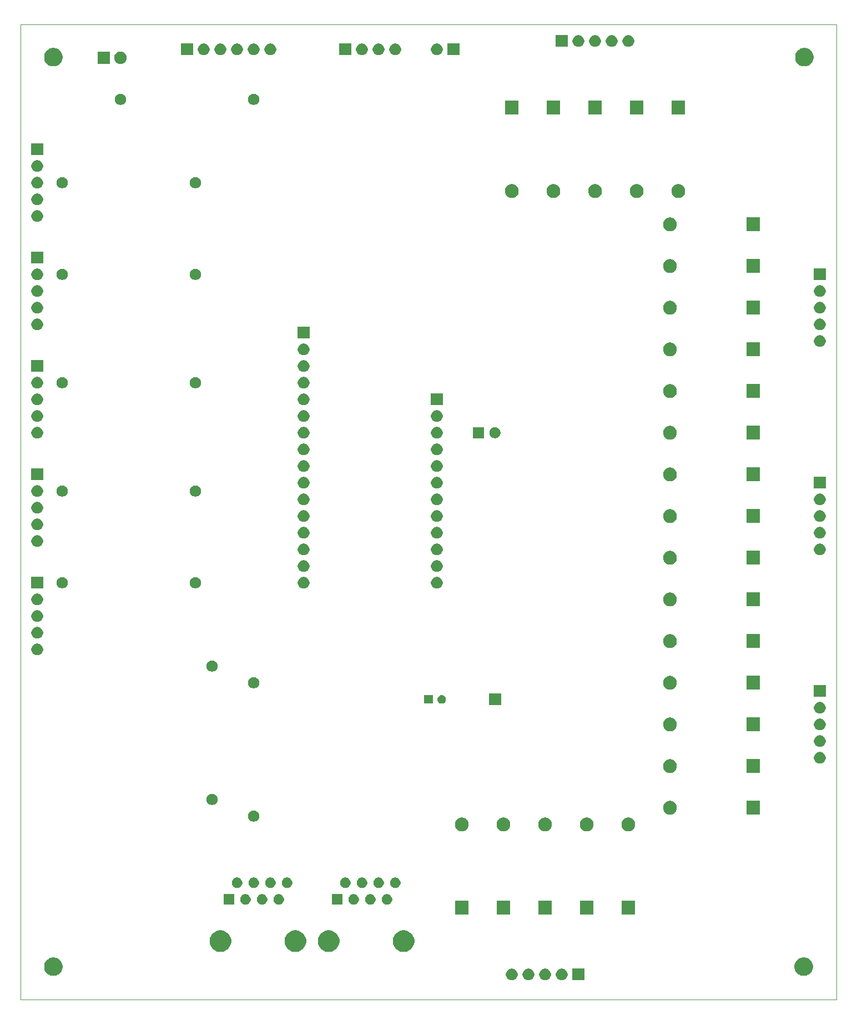
<source format=gbr>
G04 #@! TF.GenerationSoftware,KiCad,Pcbnew,(5.1.5)-3*
G04 #@! TF.CreationDate,2020-03-05T22:20:16-05:00*
G04 #@! TF.ProjectId,input board,696e7075-7420-4626-9f61-72642e6b6963,rev?*
G04 #@! TF.SameCoordinates,Original*
G04 #@! TF.FileFunction,Soldermask,Bot*
G04 #@! TF.FilePolarity,Negative*
%FSLAX46Y46*%
G04 Gerber Fmt 4.6, Leading zero omitted, Abs format (unit mm)*
G04 Created by KiCad (PCBNEW (5.1.5)-3) date 2020-03-05 22:20:16*
%MOMM*%
%LPD*%
G04 APERTURE LIST*
%ADD10C,0.050000*%
%ADD11C,0.150000*%
G04 APERTURE END LIST*
D10*
X62230000Y-17780000D02*
X186690000Y-17780000D01*
X62230000Y-166370000D02*
X62230000Y-17780000D01*
X186690000Y-166370000D02*
X62230000Y-166370000D01*
X186690000Y-17780000D02*
X186690000Y-166370000D01*
D11*
G36*
X137273512Y-161663927D02*
G01*
X137422812Y-161693624D01*
X137586784Y-161761544D01*
X137734354Y-161860147D01*
X137859853Y-161985646D01*
X137958456Y-162133216D01*
X138026376Y-162297188D01*
X138061000Y-162471259D01*
X138061000Y-162648741D01*
X138026376Y-162822812D01*
X137958456Y-162986784D01*
X137859853Y-163134354D01*
X137734354Y-163259853D01*
X137586784Y-163358456D01*
X137422812Y-163426376D01*
X137273512Y-163456073D01*
X137248742Y-163461000D01*
X137071258Y-163461000D01*
X137046488Y-163456073D01*
X136897188Y-163426376D01*
X136733216Y-163358456D01*
X136585646Y-163259853D01*
X136460147Y-163134354D01*
X136361544Y-162986784D01*
X136293624Y-162822812D01*
X136259000Y-162648741D01*
X136259000Y-162471259D01*
X136293624Y-162297188D01*
X136361544Y-162133216D01*
X136460147Y-161985646D01*
X136585646Y-161860147D01*
X136733216Y-161761544D01*
X136897188Y-161693624D01*
X137046488Y-161663927D01*
X137071258Y-161659000D01*
X137248742Y-161659000D01*
X137273512Y-161663927D01*
G37*
G36*
X144893512Y-161663927D02*
G01*
X145042812Y-161693624D01*
X145206784Y-161761544D01*
X145354354Y-161860147D01*
X145479853Y-161985646D01*
X145578456Y-162133216D01*
X145646376Y-162297188D01*
X145681000Y-162471259D01*
X145681000Y-162648741D01*
X145646376Y-162822812D01*
X145578456Y-162986784D01*
X145479853Y-163134354D01*
X145354354Y-163259853D01*
X145206784Y-163358456D01*
X145042812Y-163426376D01*
X144893512Y-163456073D01*
X144868742Y-163461000D01*
X144691258Y-163461000D01*
X144666488Y-163456073D01*
X144517188Y-163426376D01*
X144353216Y-163358456D01*
X144205646Y-163259853D01*
X144080147Y-163134354D01*
X143981544Y-162986784D01*
X143913624Y-162822812D01*
X143879000Y-162648741D01*
X143879000Y-162471259D01*
X143913624Y-162297188D01*
X143981544Y-162133216D01*
X144080147Y-161985646D01*
X144205646Y-161860147D01*
X144353216Y-161761544D01*
X144517188Y-161693624D01*
X144666488Y-161663927D01*
X144691258Y-161659000D01*
X144868742Y-161659000D01*
X144893512Y-161663927D01*
G37*
G36*
X148221000Y-163461000D02*
G01*
X146419000Y-163461000D01*
X146419000Y-161659000D01*
X148221000Y-161659000D01*
X148221000Y-163461000D01*
G37*
G36*
X139813512Y-161663927D02*
G01*
X139962812Y-161693624D01*
X140126784Y-161761544D01*
X140274354Y-161860147D01*
X140399853Y-161985646D01*
X140498456Y-162133216D01*
X140566376Y-162297188D01*
X140601000Y-162471259D01*
X140601000Y-162648741D01*
X140566376Y-162822812D01*
X140498456Y-162986784D01*
X140399853Y-163134354D01*
X140274354Y-163259853D01*
X140126784Y-163358456D01*
X139962812Y-163426376D01*
X139813512Y-163456073D01*
X139788742Y-163461000D01*
X139611258Y-163461000D01*
X139586488Y-163456073D01*
X139437188Y-163426376D01*
X139273216Y-163358456D01*
X139125646Y-163259853D01*
X139000147Y-163134354D01*
X138901544Y-162986784D01*
X138833624Y-162822812D01*
X138799000Y-162648741D01*
X138799000Y-162471259D01*
X138833624Y-162297188D01*
X138901544Y-162133216D01*
X139000147Y-161985646D01*
X139125646Y-161860147D01*
X139273216Y-161761544D01*
X139437188Y-161693624D01*
X139586488Y-161663927D01*
X139611258Y-161659000D01*
X139788742Y-161659000D01*
X139813512Y-161663927D01*
G37*
G36*
X142353512Y-161663927D02*
G01*
X142502812Y-161693624D01*
X142666784Y-161761544D01*
X142814354Y-161860147D01*
X142939853Y-161985646D01*
X143038456Y-162133216D01*
X143106376Y-162297188D01*
X143141000Y-162471259D01*
X143141000Y-162648741D01*
X143106376Y-162822812D01*
X143038456Y-162986784D01*
X142939853Y-163134354D01*
X142814354Y-163259853D01*
X142666784Y-163358456D01*
X142502812Y-163426376D01*
X142353512Y-163456073D01*
X142328742Y-163461000D01*
X142151258Y-163461000D01*
X142126488Y-163456073D01*
X141977188Y-163426376D01*
X141813216Y-163358456D01*
X141665646Y-163259853D01*
X141540147Y-163134354D01*
X141441544Y-162986784D01*
X141373624Y-162822812D01*
X141339000Y-162648741D01*
X141339000Y-162471259D01*
X141373624Y-162297188D01*
X141441544Y-162133216D01*
X141540147Y-161985646D01*
X141665646Y-161860147D01*
X141813216Y-161761544D01*
X141977188Y-161693624D01*
X142126488Y-161663927D01*
X142151258Y-161659000D01*
X142328742Y-161659000D01*
X142353512Y-161663927D01*
G37*
G36*
X182008433Y-160004893D02*
G01*
X182098657Y-160022839D01*
X182204267Y-160066585D01*
X182353621Y-160128449D01*
X182353622Y-160128450D01*
X182583086Y-160281772D01*
X182778228Y-160476914D01*
X182880675Y-160630237D01*
X182931551Y-160706379D01*
X183037161Y-160961344D01*
X183091000Y-161232012D01*
X183091000Y-161507988D01*
X183037161Y-161778656D01*
X182931551Y-162033621D01*
X182931550Y-162033622D01*
X182778228Y-162263086D01*
X182583086Y-162458228D01*
X182429763Y-162560675D01*
X182353621Y-162611551D01*
X182204267Y-162673415D01*
X182098657Y-162717161D01*
X182008433Y-162735107D01*
X181827988Y-162771000D01*
X181552012Y-162771000D01*
X181371567Y-162735107D01*
X181281343Y-162717161D01*
X181175733Y-162673415D01*
X181026379Y-162611551D01*
X180950237Y-162560675D01*
X180796914Y-162458228D01*
X180601772Y-162263086D01*
X180448450Y-162033622D01*
X180448449Y-162033621D01*
X180342839Y-161778656D01*
X180289000Y-161507988D01*
X180289000Y-161232012D01*
X180342839Y-160961344D01*
X180448449Y-160706379D01*
X180499325Y-160630237D01*
X180601772Y-160476914D01*
X180796914Y-160281772D01*
X181026378Y-160128450D01*
X181026379Y-160128449D01*
X181175733Y-160066585D01*
X181281343Y-160022839D01*
X181371567Y-160004893D01*
X181552012Y-159969000D01*
X181827988Y-159969000D01*
X182008433Y-160004893D01*
G37*
G36*
X67548433Y-160004893D02*
G01*
X67638657Y-160022839D01*
X67744267Y-160066585D01*
X67893621Y-160128449D01*
X67893622Y-160128450D01*
X68123086Y-160281772D01*
X68318228Y-160476914D01*
X68420675Y-160630237D01*
X68471551Y-160706379D01*
X68577161Y-160961344D01*
X68631000Y-161232012D01*
X68631000Y-161507988D01*
X68577161Y-161778656D01*
X68471551Y-162033621D01*
X68471550Y-162033622D01*
X68318228Y-162263086D01*
X68123086Y-162458228D01*
X67969763Y-162560675D01*
X67893621Y-162611551D01*
X67744267Y-162673415D01*
X67638657Y-162717161D01*
X67548433Y-162735107D01*
X67367988Y-162771000D01*
X67092012Y-162771000D01*
X66911567Y-162735107D01*
X66821343Y-162717161D01*
X66715733Y-162673415D01*
X66566379Y-162611551D01*
X66490237Y-162560675D01*
X66336914Y-162458228D01*
X66141772Y-162263086D01*
X65988450Y-162033622D01*
X65988449Y-162033621D01*
X65882839Y-161778656D01*
X65829000Y-161507988D01*
X65829000Y-161232012D01*
X65882839Y-160961344D01*
X65988449Y-160706379D01*
X66039325Y-160630237D01*
X66141772Y-160476914D01*
X66336914Y-160281772D01*
X66566378Y-160128450D01*
X66566379Y-160128449D01*
X66715733Y-160066585D01*
X66821343Y-160022839D01*
X66911567Y-160004893D01*
X67092012Y-159969000D01*
X67367988Y-159969000D01*
X67548433Y-160004893D01*
G37*
G36*
X93085256Y-155871298D02*
G01*
X93191579Y-155892447D01*
X93492042Y-156016903D01*
X93762451Y-156197585D01*
X93992415Y-156427549D01*
X94173097Y-156697958D01*
X94297553Y-156998421D01*
X94361000Y-157317391D01*
X94361000Y-157642609D01*
X94297553Y-157961579D01*
X94173097Y-158262042D01*
X93992415Y-158532451D01*
X93762451Y-158762415D01*
X93492042Y-158943097D01*
X93191579Y-159067553D01*
X93085256Y-159088702D01*
X92872611Y-159131000D01*
X92547389Y-159131000D01*
X92334744Y-159088702D01*
X92228421Y-159067553D01*
X91927958Y-158943097D01*
X91657549Y-158762415D01*
X91427585Y-158532451D01*
X91246903Y-158262042D01*
X91122447Y-157961579D01*
X91059000Y-157642609D01*
X91059000Y-157317391D01*
X91122447Y-156998421D01*
X91246903Y-156697958D01*
X91427585Y-156427549D01*
X91657549Y-156197585D01*
X91927958Y-156016903D01*
X92228421Y-155892447D01*
X92334744Y-155871298D01*
X92547389Y-155829000D01*
X92872611Y-155829000D01*
X93085256Y-155871298D01*
G37*
G36*
X104515256Y-155871298D02*
G01*
X104621579Y-155892447D01*
X104922042Y-156016903D01*
X105192451Y-156197585D01*
X105422415Y-156427549D01*
X105603097Y-156697958D01*
X105727553Y-156998421D01*
X105791000Y-157317391D01*
X105791000Y-157642609D01*
X105727553Y-157961579D01*
X105603097Y-158262042D01*
X105422415Y-158532451D01*
X105192451Y-158762415D01*
X104922042Y-158943097D01*
X104621579Y-159067553D01*
X104515256Y-159088702D01*
X104302611Y-159131000D01*
X103977389Y-159131000D01*
X103764744Y-159088702D01*
X103658421Y-159067553D01*
X103357958Y-158943097D01*
X103087549Y-158762415D01*
X102857585Y-158532451D01*
X102676903Y-158262042D01*
X102552447Y-157961579D01*
X102489000Y-157642609D01*
X102489000Y-157317391D01*
X102552447Y-156998421D01*
X102676903Y-156697958D01*
X102857585Y-156427549D01*
X103087549Y-156197585D01*
X103357958Y-156016903D01*
X103658421Y-155892447D01*
X103764744Y-155871298D01*
X103977389Y-155829000D01*
X104302611Y-155829000D01*
X104515256Y-155871298D01*
G37*
G36*
X121025256Y-155871298D02*
G01*
X121131579Y-155892447D01*
X121432042Y-156016903D01*
X121702451Y-156197585D01*
X121932415Y-156427549D01*
X122113097Y-156697958D01*
X122237553Y-156998421D01*
X122301000Y-157317391D01*
X122301000Y-157642609D01*
X122237553Y-157961579D01*
X122113097Y-158262042D01*
X121932415Y-158532451D01*
X121702451Y-158762415D01*
X121432042Y-158943097D01*
X121131579Y-159067553D01*
X121025256Y-159088702D01*
X120812611Y-159131000D01*
X120487389Y-159131000D01*
X120274744Y-159088702D01*
X120168421Y-159067553D01*
X119867958Y-158943097D01*
X119597549Y-158762415D01*
X119367585Y-158532451D01*
X119186903Y-158262042D01*
X119062447Y-157961579D01*
X118999000Y-157642609D01*
X118999000Y-157317391D01*
X119062447Y-156998421D01*
X119186903Y-156697958D01*
X119367585Y-156427549D01*
X119597549Y-156197585D01*
X119867958Y-156016903D01*
X120168421Y-155892447D01*
X120274744Y-155871298D01*
X120487389Y-155829000D01*
X120812611Y-155829000D01*
X121025256Y-155871298D01*
G37*
G36*
X109595256Y-155871298D02*
G01*
X109701579Y-155892447D01*
X110002042Y-156016903D01*
X110272451Y-156197585D01*
X110502415Y-156427549D01*
X110683097Y-156697958D01*
X110807553Y-156998421D01*
X110871000Y-157317391D01*
X110871000Y-157642609D01*
X110807553Y-157961579D01*
X110683097Y-158262042D01*
X110502415Y-158532451D01*
X110272451Y-158762415D01*
X110002042Y-158943097D01*
X109701579Y-159067553D01*
X109595256Y-159088702D01*
X109382611Y-159131000D01*
X109057389Y-159131000D01*
X108844744Y-159088702D01*
X108738421Y-159067553D01*
X108437958Y-158943097D01*
X108167549Y-158762415D01*
X107937585Y-158532451D01*
X107756903Y-158262042D01*
X107632447Y-157961579D01*
X107569000Y-157642609D01*
X107569000Y-157317391D01*
X107632447Y-156998421D01*
X107756903Y-156697958D01*
X107937585Y-156427549D01*
X108167549Y-156197585D01*
X108437958Y-156016903D01*
X108738421Y-155892447D01*
X108844744Y-155871298D01*
X109057389Y-155829000D01*
X109382611Y-155829000D01*
X109595256Y-155871298D01*
G37*
G36*
X130591000Y-153451000D02*
G01*
X128489000Y-153451000D01*
X128489000Y-151349000D01*
X130591000Y-151349000D01*
X130591000Y-153451000D01*
G37*
G36*
X136941000Y-153451000D02*
G01*
X134839000Y-153451000D01*
X134839000Y-151349000D01*
X136941000Y-151349000D01*
X136941000Y-153451000D01*
G37*
G36*
X143291000Y-153451000D02*
G01*
X141189000Y-153451000D01*
X141189000Y-151349000D01*
X143291000Y-151349000D01*
X143291000Y-153451000D01*
G37*
G36*
X149641000Y-153451000D02*
G01*
X147539000Y-153451000D01*
X147539000Y-151349000D01*
X149641000Y-151349000D01*
X149641000Y-153451000D01*
G37*
G36*
X155991000Y-153451000D02*
G01*
X153889000Y-153451000D01*
X153889000Y-151349000D01*
X155991000Y-151349000D01*
X155991000Y-153451000D01*
G37*
G36*
X99293642Y-150359781D02*
G01*
X99439414Y-150420162D01*
X99439416Y-150420163D01*
X99570608Y-150507822D01*
X99682178Y-150619392D01*
X99769837Y-150750584D01*
X99769838Y-150750586D01*
X99830219Y-150896358D01*
X99861000Y-151051107D01*
X99861000Y-151208893D01*
X99830219Y-151363642D01*
X99769838Y-151509414D01*
X99769837Y-151509416D01*
X99682178Y-151640608D01*
X99570608Y-151752178D01*
X99439416Y-151839837D01*
X99439415Y-151839838D01*
X99439414Y-151839838D01*
X99293642Y-151900219D01*
X99138893Y-151931000D01*
X98981107Y-151931000D01*
X98826358Y-151900219D01*
X98680586Y-151839838D01*
X98680585Y-151839838D01*
X98680584Y-151839837D01*
X98549392Y-151752178D01*
X98437822Y-151640608D01*
X98350163Y-151509416D01*
X98350162Y-151509414D01*
X98289781Y-151363642D01*
X98259000Y-151208893D01*
X98259000Y-151051107D01*
X98289781Y-150896358D01*
X98350162Y-150750586D01*
X98350163Y-150750584D01*
X98437822Y-150619392D01*
X98549392Y-150507822D01*
X98680584Y-150420163D01*
X98680586Y-150420162D01*
X98826358Y-150359781D01*
X98981107Y-150329000D01*
X99138893Y-150329000D01*
X99293642Y-150359781D01*
G37*
G36*
X113263642Y-150359781D02*
G01*
X113409414Y-150420162D01*
X113409416Y-150420163D01*
X113540608Y-150507822D01*
X113652178Y-150619392D01*
X113739837Y-150750584D01*
X113739838Y-150750586D01*
X113800219Y-150896358D01*
X113831000Y-151051107D01*
X113831000Y-151208893D01*
X113800219Y-151363642D01*
X113739838Y-151509414D01*
X113739837Y-151509416D01*
X113652178Y-151640608D01*
X113540608Y-151752178D01*
X113409416Y-151839837D01*
X113409415Y-151839838D01*
X113409414Y-151839838D01*
X113263642Y-151900219D01*
X113108893Y-151931000D01*
X112951107Y-151931000D01*
X112796358Y-151900219D01*
X112650586Y-151839838D01*
X112650585Y-151839838D01*
X112650584Y-151839837D01*
X112519392Y-151752178D01*
X112407822Y-151640608D01*
X112320163Y-151509416D01*
X112320162Y-151509414D01*
X112259781Y-151363642D01*
X112229000Y-151208893D01*
X112229000Y-151051107D01*
X112259781Y-150896358D01*
X112320162Y-150750586D01*
X112320163Y-150750584D01*
X112407822Y-150619392D01*
X112519392Y-150507822D01*
X112650584Y-150420163D01*
X112650586Y-150420162D01*
X112796358Y-150359781D01*
X112951107Y-150329000D01*
X113108893Y-150329000D01*
X113263642Y-150359781D01*
G37*
G36*
X115803642Y-150359781D02*
G01*
X115949414Y-150420162D01*
X115949416Y-150420163D01*
X116080608Y-150507822D01*
X116192178Y-150619392D01*
X116279837Y-150750584D01*
X116279838Y-150750586D01*
X116340219Y-150896358D01*
X116371000Y-151051107D01*
X116371000Y-151208893D01*
X116340219Y-151363642D01*
X116279838Y-151509414D01*
X116279837Y-151509416D01*
X116192178Y-151640608D01*
X116080608Y-151752178D01*
X115949416Y-151839837D01*
X115949415Y-151839838D01*
X115949414Y-151839838D01*
X115803642Y-151900219D01*
X115648893Y-151931000D01*
X115491107Y-151931000D01*
X115336358Y-151900219D01*
X115190586Y-151839838D01*
X115190585Y-151839838D01*
X115190584Y-151839837D01*
X115059392Y-151752178D01*
X114947822Y-151640608D01*
X114860163Y-151509416D01*
X114860162Y-151509414D01*
X114799781Y-151363642D01*
X114769000Y-151208893D01*
X114769000Y-151051107D01*
X114799781Y-150896358D01*
X114860162Y-150750586D01*
X114860163Y-150750584D01*
X114947822Y-150619392D01*
X115059392Y-150507822D01*
X115190584Y-150420163D01*
X115190586Y-150420162D01*
X115336358Y-150359781D01*
X115491107Y-150329000D01*
X115648893Y-150329000D01*
X115803642Y-150359781D01*
G37*
G36*
X118343642Y-150359781D02*
G01*
X118489414Y-150420162D01*
X118489416Y-150420163D01*
X118620608Y-150507822D01*
X118732178Y-150619392D01*
X118819837Y-150750584D01*
X118819838Y-150750586D01*
X118880219Y-150896358D01*
X118911000Y-151051107D01*
X118911000Y-151208893D01*
X118880219Y-151363642D01*
X118819838Y-151509414D01*
X118819837Y-151509416D01*
X118732178Y-151640608D01*
X118620608Y-151752178D01*
X118489416Y-151839837D01*
X118489415Y-151839838D01*
X118489414Y-151839838D01*
X118343642Y-151900219D01*
X118188893Y-151931000D01*
X118031107Y-151931000D01*
X117876358Y-151900219D01*
X117730586Y-151839838D01*
X117730585Y-151839838D01*
X117730584Y-151839837D01*
X117599392Y-151752178D01*
X117487822Y-151640608D01*
X117400163Y-151509416D01*
X117400162Y-151509414D01*
X117339781Y-151363642D01*
X117309000Y-151208893D01*
X117309000Y-151051107D01*
X117339781Y-150896358D01*
X117400162Y-150750586D01*
X117400163Y-150750584D01*
X117487822Y-150619392D01*
X117599392Y-150507822D01*
X117730584Y-150420163D01*
X117730586Y-150420162D01*
X117876358Y-150359781D01*
X118031107Y-150329000D01*
X118188893Y-150329000D01*
X118343642Y-150359781D01*
G37*
G36*
X94781000Y-151931000D02*
G01*
X93179000Y-151931000D01*
X93179000Y-150329000D01*
X94781000Y-150329000D01*
X94781000Y-151931000D01*
G37*
G36*
X111291000Y-151931000D02*
G01*
X109689000Y-151931000D01*
X109689000Y-150329000D01*
X111291000Y-150329000D01*
X111291000Y-151931000D01*
G37*
G36*
X96753642Y-150359781D02*
G01*
X96899414Y-150420162D01*
X96899416Y-150420163D01*
X97030608Y-150507822D01*
X97142178Y-150619392D01*
X97229837Y-150750584D01*
X97229838Y-150750586D01*
X97290219Y-150896358D01*
X97321000Y-151051107D01*
X97321000Y-151208893D01*
X97290219Y-151363642D01*
X97229838Y-151509414D01*
X97229837Y-151509416D01*
X97142178Y-151640608D01*
X97030608Y-151752178D01*
X96899416Y-151839837D01*
X96899415Y-151839838D01*
X96899414Y-151839838D01*
X96753642Y-151900219D01*
X96598893Y-151931000D01*
X96441107Y-151931000D01*
X96286358Y-151900219D01*
X96140586Y-151839838D01*
X96140585Y-151839838D01*
X96140584Y-151839837D01*
X96009392Y-151752178D01*
X95897822Y-151640608D01*
X95810163Y-151509416D01*
X95810162Y-151509414D01*
X95749781Y-151363642D01*
X95719000Y-151208893D01*
X95719000Y-151051107D01*
X95749781Y-150896358D01*
X95810162Y-150750586D01*
X95810163Y-150750584D01*
X95897822Y-150619392D01*
X96009392Y-150507822D01*
X96140584Y-150420163D01*
X96140586Y-150420162D01*
X96286358Y-150359781D01*
X96441107Y-150329000D01*
X96598893Y-150329000D01*
X96753642Y-150359781D01*
G37*
G36*
X101833642Y-150359781D02*
G01*
X101979414Y-150420162D01*
X101979416Y-150420163D01*
X102110608Y-150507822D01*
X102222178Y-150619392D01*
X102309837Y-150750584D01*
X102309838Y-150750586D01*
X102370219Y-150896358D01*
X102401000Y-151051107D01*
X102401000Y-151208893D01*
X102370219Y-151363642D01*
X102309838Y-151509414D01*
X102309837Y-151509416D01*
X102222178Y-151640608D01*
X102110608Y-151752178D01*
X101979416Y-151839837D01*
X101979415Y-151839838D01*
X101979414Y-151839838D01*
X101833642Y-151900219D01*
X101678893Y-151931000D01*
X101521107Y-151931000D01*
X101366358Y-151900219D01*
X101220586Y-151839838D01*
X101220585Y-151839838D01*
X101220584Y-151839837D01*
X101089392Y-151752178D01*
X100977822Y-151640608D01*
X100890163Y-151509416D01*
X100890162Y-151509414D01*
X100829781Y-151363642D01*
X100799000Y-151208893D01*
X100799000Y-151051107D01*
X100829781Y-150896358D01*
X100890162Y-150750586D01*
X100890163Y-150750584D01*
X100977822Y-150619392D01*
X101089392Y-150507822D01*
X101220584Y-150420163D01*
X101220586Y-150420162D01*
X101366358Y-150359781D01*
X101521107Y-150329000D01*
X101678893Y-150329000D01*
X101833642Y-150359781D01*
G37*
G36*
X95483642Y-147819781D02*
G01*
X95629414Y-147880162D01*
X95629416Y-147880163D01*
X95760608Y-147967822D01*
X95872178Y-148079392D01*
X95959837Y-148210584D01*
X95959838Y-148210586D01*
X96020219Y-148356358D01*
X96051000Y-148511107D01*
X96051000Y-148668893D01*
X96020219Y-148823642D01*
X95959838Y-148969414D01*
X95959837Y-148969416D01*
X95872178Y-149100608D01*
X95760608Y-149212178D01*
X95629416Y-149299837D01*
X95629415Y-149299838D01*
X95629414Y-149299838D01*
X95483642Y-149360219D01*
X95328893Y-149391000D01*
X95171107Y-149391000D01*
X95016358Y-149360219D01*
X94870586Y-149299838D01*
X94870585Y-149299838D01*
X94870584Y-149299837D01*
X94739392Y-149212178D01*
X94627822Y-149100608D01*
X94540163Y-148969416D01*
X94540162Y-148969414D01*
X94479781Y-148823642D01*
X94449000Y-148668893D01*
X94449000Y-148511107D01*
X94479781Y-148356358D01*
X94540162Y-148210586D01*
X94540163Y-148210584D01*
X94627822Y-148079392D01*
X94739392Y-147967822D01*
X94870584Y-147880163D01*
X94870586Y-147880162D01*
X95016358Y-147819781D01*
X95171107Y-147789000D01*
X95328893Y-147789000D01*
X95483642Y-147819781D01*
G37*
G36*
X111993642Y-147819781D02*
G01*
X112139414Y-147880162D01*
X112139416Y-147880163D01*
X112270608Y-147967822D01*
X112382178Y-148079392D01*
X112469837Y-148210584D01*
X112469838Y-148210586D01*
X112530219Y-148356358D01*
X112561000Y-148511107D01*
X112561000Y-148668893D01*
X112530219Y-148823642D01*
X112469838Y-148969414D01*
X112469837Y-148969416D01*
X112382178Y-149100608D01*
X112270608Y-149212178D01*
X112139416Y-149299837D01*
X112139415Y-149299838D01*
X112139414Y-149299838D01*
X111993642Y-149360219D01*
X111838893Y-149391000D01*
X111681107Y-149391000D01*
X111526358Y-149360219D01*
X111380586Y-149299838D01*
X111380585Y-149299838D01*
X111380584Y-149299837D01*
X111249392Y-149212178D01*
X111137822Y-149100608D01*
X111050163Y-148969416D01*
X111050162Y-148969414D01*
X110989781Y-148823642D01*
X110959000Y-148668893D01*
X110959000Y-148511107D01*
X110989781Y-148356358D01*
X111050162Y-148210586D01*
X111050163Y-148210584D01*
X111137822Y-148079392D01*
X111249392Y-147967822D01*
X111380584Y-147880163D01*
X111380586Y-147880162D01*
X111526358Y-147819781D01*
X111681107Y-147789000D01*
X111838893Y-147789000D01*
X111993642Y-147819781D01*
G37*
G36*
X98023642Y-147819781D02*
G01*
X98169414Y-147880162D01*
X98169416Y-147880163D01*
X98300608Y-147967822D01*
X98412178Y-148079392D01*
X98499837Y-148210584D01*
X98499838Y-148210586D01*
X98560219Y-148356358D01*
X98591000Y-148511107D01*
X98591000Y-148668893D01*
X98560219Y-148823642D01*
X98499838Y-148969414D01*
X98499837Y-148969416D01*
X98412178Y-149100608D01*
X98300608Y-149212178D01*
X98169416Y-149299837D01*
X98169415Y-149299838D01*
X98169414Y-149299838D01*
X98023642Y-149360219D01*
X97868893Y-149391000D01*
X97711107Y-149391000D01*
X97556358Y-149360219D01*
X97410586Y-149299838D01*
X97410585Y-149299838D01*
X97410584Y-149299837D01*
X97279392Y-149212178D01*
X97167822Y-149100608D01*
X97080163Y-148969416D01*
X97080162Y-148969414D01*
X97019781Y-148823642D01*
X96989000Y-148668893D01*
X96989000Y-148511107D01*
X97019781Y-148356358D01*
X97080162Y-148210586D01*
X97080163Y-148210584D01*
X97167822Y-148079392D01*
X97279392Y-147967822D01*
X97410584Y-147880163D01*
X97410586Y-147880162D01*
X97556358Y-147819781D01*
X97711107Y-147789000D01*
X97868893Y-147789000D01*
X98023642Y-147819781D01*
G37*
G36*
X114533642Y-147819781D02*
G01*
X114679414Y-147880162D01*
X114679416Y-147880163D01*
X114810608Y-147967822D01*
X114922178Y-148079392D01*
X115009837Y-148210584D01*
X115009838Y-148210586D01*
X115070219Y-148356358D01*
X115101000Y-148511107D01*
X115101000Y-148668893D01*
X115070219Y-148823642D01*
X115009838Y-148969414D01*
X115009837Y-148969416D01*
X114922178Y-149100608D01*
X114810608Y-149212178D01*
X114679416Y-149299837D01*
X114679415Y-149299838D01*
X114679414Y-149299838D01*
X114533642Y-149360219D01*
X114378893Y-149391000D01*
X114221107Y-149391000D01*
X114066358Y-149360219D01*
X113920586Y-149299838D01*
X113920585Y-149299838D01*
X113920584Y-149299837D01*
X113789392Y-149212178D01*
X113677822Y-149100608D01*
X113590163Y-148969416D01*
X113590162Y-148969414D01*
X113529781Y-148823642D01*
X113499000Y-148668893D01*
X113499000Y-148511107D01*
X113529781Y-148356358D01*
X113590162Y-148210586D01*
X113590163Y-148210584D01*
X113677822Y-148079392D01*
X113789392Y-147967822D01*
X113920584Y-147880163D01*
X113920586Y-147880162D01*
X114066358Y-147819781D01*
X114221107Y-147789000D01*
X114378893Y-147789000D01*
X114533642Y-147819781D01*
G37*
G36*
X103103642Y-147819781D02*
G01*
X103249414Y-147880162D01*
X103249416Y-147880163D01*
X103380608Y-147967822D01*
X103492178Y-148079392D01*
X103579837Y-148210584D01*
X103579838Y-148210586D01*
X103640219Y-148356358D01*
X103671000Y-148511107D01*
X103671000Y-148668893D01*
X103640219Y-148823642D01*
X103579838Y-148969414D01*
X103579837Y-148969416D01*
X103492178Y-149100608D01*
X103380608Y-149212178D01*
X103249416Y-149299837D01*
X103249415Y-149299838D01*
X103249414Y-149299838D01*
X103103642Y-149360219D01*
X102948893Y-149391000D01*
X102791107Y-149391000D01*
X102636358Y-149360219D01*
X102490586Y-149299838D01*
X102490585Y-149299838D01*
X102490584Y-149299837D01*
X102359392Y-149212178D01*
X102247822Y-149100608D01*
X102160163Y-148969416D01*
X102160162Y-148969414D01*
X102099781Y-148823642D01*
X102069000Y-148668893D01*
X102069000Y-148511107D01*
X102099781Y-148356358D01*
X102160162Y-148210586D01*
X102160163Y-148210584D01*
X102247822Y-148079392D01*
X102359392Y-147967822D01*
X102490584Y-147880163D01*
X102490586Y-147880162D01*
X102636358Y-147819781D01*
X102791107Y-147789000D01*
X102948893Y-147789000D01*
X103103642Y-147819781D01*
G37*
G36*
X117073642Y-147819781D02*
G01*
X117219414Y-147880162D01*
X117219416Y-147880163D01*
X117350608Y-147967822D01*
X117462178Y-148079392D01*
X117549837Y-148210584D01*
X117549838Y-148210586D01*
X117610219Y-148356358D01*
X117641000Y-148511107D01*
X117641000Y-148668893D01*
X117610219Y-148823642D01*
X117549838Y-148969414D01*
X117549837Y-148969416D01*
X117462178Y-149100608D01*
X117350608Y-149212178D01*
X117219416Y-149299837D01*
X117219415Y-149299838D01*
X117219414Y-149299838D01*
X117073642Y-149360219D01*
X116918893Y-149391000D01*
X116761107Y-149391000D01*
X116606358Y-149360219D01*
X116460586Y-149299838D01*
X116460585Y-149299838D01*
X116460584Y-149299837D01*
X116329392Y-149212178D01*
X116217822Y-149100608D01*
X116130163Y-148969416D01*
X116130162Y-148969414D01*
X116069781Y-148823642D01*
X116039000Y-148668893D01*
X116039000Y-148511107D01*
X116069781Y-148356358D01*
X116130162Y-148210586D01*
X116130163Y-148210584D01*
X116217822Y-148079392D01*
X116329392Y-147967822D01*
X116460584Y-147880163D01*
X116460586Y-147880162D01*
X116606358Y-147819781D01*
X116761107Y-147789000D01*
X116918893Y-147789000D01*
X117073642Y-147819781D01*
G37*
G36*
X119613642Y-147819781D02*
G01*
X119759414Y-147880162D01*
X119759416Y-147880163D01*
X119890608Y-147967822D01*
X120002178Y-148079392D01*
X120089837Y-148210584D01*
X120089838Y-148210586D01*
X120150219Y-148356358D01*
X120181000Y-148511107D01*
X120181000Y-148668893D01*
X120150219Y-148823642D01*
X120089838Y-148969414D01*
X120089837Y-148969416D01*
X120002178Y-149100608D01*
X119890608Y-149212178D01*
X119759416Y-149299837D01*
X119759415Y-149299838D01*
X119759414Y-149299838D01*
X119613642Y-149360219D01*
X119458893Y-149391000D01*
X119301107Y-149391000D01*
X119146358Y-149360219D01*
X119000586Y-149299838D01*
X119000585Y-149299838D01*
X119000584Y-149299837D01*
X118869392Y-149212178D01*
X118757822Y-149100608D01*
X118670163Y-148969416D01*
X118670162Y-148969414D01*
X118609781Y-148823642D01*
X118579000Y-148668893D01*
X118579000Y-148511107D01*
X118609781Y-148356358D01*
X118670162Y-148210586D01*
X118670163Y-148210584D01*
X118757822Y-148079392D01*
X118869392Y-147967822D01*
X119000584Y-147880163D01*
X119000586Y-147880162D01*
X119146358Y-147819781D01*
X119301107Y-147789000D01*
X119458893Y-147789000D01*
X119613642Y-147819781D01*
G37*
G36*
X100563642Y-147819781D02*
G01*
X100709414Y-147880162D01*
X100709416Y-147880163D01*
X100840608Y-147967822D01*
X100952178Y-148079392D01*
X101039837Y-148210584D01*
X101039838Y-148210586D01*
X101100219Y-148356358D01*
X101131000Y-148511107D01*
X101131000Y-148668893D01*
X101100219Y-148823642D01*
X101039838Y-148969414D01*
X101039837Y-148969416D01*
X100952178Y-149100608D01*
X100840608Y-149212178D01*
X100709416Y-149299837D01*
X100709415Y-149299838D01*
X100709414Y-149299838D01*
X100563642Y-149360219D01*
X100408893Y-149391000D01*
X100251107Y-149391000D01*
X100096358Y-149360219D01*
X99950586Y-149299838D01*
X99950585Y-149299838D01*
X99950584Y-149299837D01*
X99819392Y-149212178D01*
X99707822Y-149100608D01*
X99620163Y-148969416D01*
X99620162Y-148969414D01*
X99559781Y-148823642D01*
X99529000Y-148668893D01*
X99529000Y-148511107D01*
X99559781Y-148356358D01*
X99620162Y-148210586D01*
X99620163Y-148210584D01*
X99707822Y-148079392D01*
X99819392Y-147967822D01*
X99950584Y-147880163D01*
X99950586Y-147880162D01*
X100096358Y-147819781D01*
X100251107Y-147789000D01*
X100408893Y-147789000D01*
X100563642Y-147819781D01*
G37*
G36*
X136196564Y-138689389D02*
G01*
X136387833Y-138768615D01*
X136387835Y-138768616D01*
X136559973Y-138883635D01*
X136706365Y-139030027D01*
X136809345Y-139184147D01*
X136821385Y-139202167D01*
X136900611Y-139393436D01*
X136941000Y-139596484D01*
X136941000Y-139803516D01*
X136900611Y-140006564D01*
X136821385Y-140197833D01*
X136821384Y-140197835D01*
X136706365Y-140369973D01*
X136559973Y-140516365D01*
X136387835Y-140631384D01*
X136387834Y-140631385D01*
X136387833Y-140631385D01*
X136196564Y-140710611D01*
X135993516Y-140751000D01*
X135786484Y-140751000D01*
X135583436Y-140710611D01*
X135392167Y-140631385D01*
X135392166Y-140631385D01*
X135392165Y-140631384D01*
X135220027Y-140516365D01*
X135073635Y-140369973D01*
X134958616Y-140197835D01*
X134958615Y-140197833D01*
X134879389Y-140006564D01*
X134839000Y-139803516D01*
X134839000Y-139596484D01*
X134879389Y-139393436D01*
X134958615Y-139202167D01*
X134970656Y-139184147D01*
X135073635Y-139030027D01*
X135220027Y-138883635D01*
X135392165Y-138768616D01*
X135392167Y-138768615D01*
X135583436Y-138689389D01*
X135786484Y-138649000D01*
X135993516Y-138649000D01*
X136196564Y-138689389D01*
G37*
G36*
X155246564Y-138689389D02*
G01*
X155437833Y-138768615D01*
X155437835Y-138768616D01*
X155609973Y-138883635D01*
X155756365Y-139030027D01*
X155859345Y-139184147D01*
X155871385Y-139202167D01*
X155950611Y-139393436D01*
X155991000Y-139596484D01*
X155991000Y-139803516D01*
X155950611Y-140006564D01*
X155871385Y-140197833D01*
X155871384Y-140197835D01*
X155756365Y-140369973D01*
X155609973Y-140516365D01*
X155437835Y-140631384D01*
X155437834Y-140631385D01*
X155437833Y-140631385D01*
X155246564Y-140710611D01*
X155043516Y-140751000D01*
X154836484Y-140751000D01*
X154633436Y-140710611D01*
X154442167Y-140631385D01*
X154442166Y-140631385D01*
X154442165Y-140631384D01*
X154270027Y-140516365D01*
X154123635Y-140369973D01*
X154008616Y-140197835D01*
X154008615Y-140197833D01*
X153929389Y-140006564D01*
X153889000Y-139803516D01*
X153889000Y-139596484D01*
X153929389Y-139393436D01*
X154008615Y-139202167D01*
X154020656Y-139184147D01*
X154123635Y-139030027D01*
X154270027Y-138883635D01*
X154442165Y-138768616D01*
X154442167Y-138768615D01*
X154633436Y-138689389D01*
X154836484Y-138649000D01*
X155043516Y-138649000D01*
X155246564Y-138689389D01*
G37*
G36*
X148896564Y-138689389D02*
G01*
X149087833Y-138768615D01*
X149087835Y-138768616D01*
X149259973Y-138883635D01*
X149406365Y-139030027D01*
X149509345Y-139184147D01*
X149521385Y-139202167D01*
X149600611Y-139393436D01*
X149641000Y-139596484D01*
X149641000Y-139803516D01*
X149600611Y-140006564D01*
X149521385Y-140197833D01*
X149521384Y-140197835D01*
X149406365Y-140369973D01*
X149259973Y-140516365D01*
X149087835Y-140631384D01*
X149087834Y-140631385D01*
X149087833Y-140631385D01*
X148896564Y-140710611D01*
X148693516Y-140751000D01*
X148486484Y-140751000D01*
X148283436Y-140710611D01*
X148092167Y-140631385D01*
X148092166Y-140631385D01*
X148092165Y-140631384D01*
X147920027Y-140516365D01*
X147773635Y-140369973D01*
X147658616Y-140197835D01*
X147658615Y-140197833D01*
X147579389Y-140006564D01*
X147539000Y-139803516D01*
X147539000Y-139596484D01*
X147579389Y-139393436D01*
X147658615Y-139202167D01*
X147670656Y-139184147D01*
X147773635Y-139030027D01*
X147920027Y-138883635D01*
X148092165Y-138768616D01*
X148092167Y-138768615D01*
X148283436Y-138689389D01*
X148486484Y-138649000D01*
X148693516Y-138649000D01*
X148896564Y-138689389D01*
G37*
G36*
X142546564Y-138689389D02*
G01*
X142737833Y-138768615D01*
X142737835Y-138768616D01*
X142909973Y-138883635D01*
X143056365Y-139030027D01*
X143159345Y-139184147D01*
X143171385Y-139202167D01*
X143250611Y-139393436D01*
X143291000Y-139596484D01*
X143291000Y-139803516D01*
X143250611Y-140006564D01*
X143171385Y-140197833D01*
X143171384Y-140197835D01*
X143056365Y-140369973D01*
X142909973Y-140516365D01*
X142737835Y-140631384D01*
X142737834Y-140631385D01*
X142737833Y-140631385D01*
X142546564Y-140710611D01*
X142343516Y-140751000D01*
X142136484Y-140751000D01*
X141933436Y-140710611D01*
X141742167Y-140631385D01*
X141742166Y-140631385D01*
X141742165Y-140631384D01*
X141570027Y-140516365D01*
X141423635Y-140369973D01*
X141308616Y-140197835D01*
X141308615Y-140197833D01*
X141229389Y-140006564D01*
X141189000Y-139803516D01*
X141189000Y-139596484D01*
X141229389Y-139393436D01*
X141308615Y-139202167D01*
X141320656Y-139184147D01*
X141423635Y-139030027D01*
X141570027Y-138883635D01*
X141742165Y-138768616D01*
X141742167Y-138768615D01*
X141933436Y-138689389D01*
X142136484Y-138649000D01*
X142343516Y-138649000D01*
X142546564Y-138689389D01*
G37*
G36*
X129846564Y-138689389D02*
G01*
X130037833Y-138768615D01*
X130037835Y-138768616D01*
X130209973Y-138883635D01*
X130356365Y-139030027D01*
X130459345Y-139184147D01*
X130471385Y-139202167D01*
X130550611Y-139393436D01*
X130591000Y-139596484D01*
X130591000Y-139803516D01*
X130550611Y-140006564D01*
X130471385Y-140197833D01*
X130471384Y-140197835D01*
X130356365Y-140369973D01*
X130209973Y-140516365D01*
X130037835Y-140631384D01*
X130037834Y-140631385D01*
X130037833Y-140631385D01*
X129846564Y-140710611D01*
X129643516Y-140751000D01*
X129436484Y-140751000D01*
X129233436Y-140710611D01*
X129042167Y-140631385D01*
X129042166Y-140631385D01*
X129042165Y-140631384D01*
X128870027Y-140516365D01*
X128723635Y-140369973D01*
X128608616Y-140197835D01*
X128608615Y-140197833D01*
X128529389Y-140006564D01*
X128489000Y-139803516D01*
X128489000Y-139596484D01*
X128529389Y-139393436D01*
X128608615Y-139202167D01*
X128620656Y-139184147D01*
X128723635Y-139030027D01*
X128870027Y-138883635D01*
X129042165Y-138768616D01*
X129042167Y-138768615D01*
X129233436Y-138689389D01*
X129436484Y-138649000D01*
X129643516Y-138649000D01*
X129846564Y-138689389D01*
G37*
G36*
X98038228Y-137611703D02*
G01*
X98193100Y-137675853D01*
X98332481Y-137768985D01*
X98451015Y-137887519D01*
X98544147Y-138026900D01*
X98608297Y-138181772D01*
X98641000Y-138346184D01*
X98641000Y-138513816D01*
X98608297Y-138678228D01*
X98544147Y-138833100D01*
X98451015Y-138972481D01*
X98332481Y-139091015D01*
X98193100Y-139184147D01*
X98038228Y-139248297D01*
X97873816Y-139281000D01*
X97706184Y-139281000D01*
X97541772Y-139248297D01*
X97386900Y-139184147D01*
X97247519Y-139091015D01*
X97128985Y-138972481D01*
X97035853Y-138833100D01*
X96971703Y-138678228D01*
X96939000Y-138513816D01*
X96939000Y-138346184D01*
X96971703Y-138181772D01*
X97035853Y-138026900D01*
X97128985Y-137887519D01*
X97247519Y-137768985D01*
X97386900Y-137675853D01*
X97541772Y-137611703D01*
X97706184Y-137579000D01*
X97873816Y-137579000D01*
X98038228Y-137611703D01*
G37*
G36*
X175041000Y-138211000D02*
G01*
X172939000Y-138211000D01*
X172939000Y-136109000D01*
X175041000Y-136109000D01*
X175041000Y-138211000D01*
G37*
G36*
X161596564Y-136149389D02*
G01*
X161787833Y-136228615D01*
X161787835Y-136228616D01*
X161959973Y-136343635D01*
X162106365Y-136490027D01*
X162209345Y-136644147D01*
X162221385Y-136662167D01*
X162300611Y-136853436D01*
X162341000Y-137056484D01*
X162341000Y-137263516D01*
X162300611Y-137466564D01*
X162240492Y-137611705D01*
X162221384Y-137657835D01*
X162106365Y-137829973D01*
X161959973Y-137976365D01*
X161787835Y-138091384D01*
X161787834Y-138091385D01*
X161787833Y-138091385D01*
X161596564Y-138170611D01*
X161393516Y-138211000D01*
X161186484Y-138211000D01*
X160983436Y-138170611D01*
X160792167Y-138091385D01*
X160792166Y-138091385D01*
X160792165Y-138091384D01*
X160620027Y-137976365D01*
X160473635Y-137829973D01*
X160358616Y-137657835D01*
X160339508Y-137611705D01*
X160279389Y-137466564D01*
X160239000Y-137263516D01*
X160239000Y-137056484D01*
X160279389Y-136853436D01*
X160358615Y-136662167D01*
X160370656Y-136644147D01*
X160473635Y-136490027D01*
X160620027Y-136343635D01*
X160792165Y-136228616D01*
X160792167Y-136228615D01*
X160983436Y-136149389D01*
X161186484Y-136109000D01*
X161393516Y-136109000D01*
X161596564Y-136149389D01*
G37*
G36*
X91688228Y-135071703D02*
G01*
X91843100Y-135135853D01*
X91982481Y-135228985D01*
X92101015Y-135347519D01*
X92194147Y-135486900D01*
X92258297Y-135641772D01*
X92291000Y-135806184D01*
X92291000Y-135973816D01*
X92258297Y-136138228D01*
X92194147Y-136293100D01*
X92101015Y-136432481D01*
X91982481Y-136551015D01*
X91843100Y-136644147D01*
X91688228Y-136708297D01*
X91523816Y-136741000D01*
X91356184Y-136741000D01*
X91191772Y-136708297D01*
X91036900Y-136644147D01*
X90897519Y-136551015D01*
X90778985Y-136432481D01*
X90685853Y-136293100D01*
X90621703Y-136138228D01*
X90589000Y-135973816D01*
X90589000Y-135806184D01*
X90621703Y-135641772D01*
X90685853Y-135486900D01*
X90778985Y-135347519D01*
X90897519Y-135228985D01*
X91036900Y-135135853D01*
X91191772Y-135071703D01*
X91356184Y-135039000D01*
X91523816Y-135039000D01*
X91688228Y-135071703D01*
G37*
G36*
X175041000Y-131861000D02*
G01*
X172939000Y-131861000D01*
X172939000Y-129759000D01*
X175041000Y-129759000D01*
X175041000Y-131861000D01*
G37*
G36*
X161596564Y-129799389D02*
G01*
X161787833Y-129878615D01*
X161787835Y-129878616D01*
X161959973Y-129993635D01*
X162106365Y-130140027D01*
X162173067Y-130239853D01*
X162221385Y-130312167D01*
X162300611Y-130503436D01*
X162341000Y-130706484D01*
X162341000Y-130913516D01*
X162300611Y-131116564D01*
X162221385Y-131307833D01*
X162221384Y-131307835D01*
X162106365Y-131479973D01*
X161959973Y-131626365D01*
X161787835Y-131741384D01*
X161787834Y-131741385D01*
X161787833Y-131741385D01*
X161596564Y-131820611D01*
X161393516Y-131861000D01*
X161186484Y-131861000D01*
X160983436Y-131820611D01*
X160792167Y-131741385D01*
X160792166Y-131741385D01*
X160792165Y-131741384D01*
X160620027Y-131626365D01*
X160473635Y-131479973D01*
X160358616Y-131307835D01*
X160358615Y-131307833D01*
X160279389Y-131116564D01*
X160239000Y-130913516D01*
X160239000Y-130706484D01*
X160279389Y-130503436D01*
X160358615Y-130312167D01*
X160406934Y-130239853D01*
X160473635Y-130140027D01*
X160620027Y-129993635D01*
X160792165Y-129878616D01*
X160792167Y-129878615D01*
X160983436Y-129799389D01*
X161186484Y-129759000D01*
X161393516Y-129759000D01*
X161596564Y-129799389D01*
G37*
G36*
X184263512Y-128643927D02*
G01*
X184412812Y-128673624D01*
X184576784Y-128741544D01*
X184724354Y-128840147D01*
X184849853Y-128965646D01*
X184948456Y-129113216D01*
X185016376Y-129277188D01*
X185051000Y-129451259D01*
X185051000Y-129628741D01*
X185016376Y-129802812D01*
X184948456Y-129966784D01*
X184849853Y-130114354D01*
X184724354Y-130239853D01*
X184576784Y-130338456D01*
X184412812Y-130406376D01*
X184263512Y-130436073D01*
X184238742Y-130441000D01*
X184061258Y-130441000D01*
X184036488Y-130436073D01*
X183887188Y-130406376D01*
X183723216Y-130338456D01*
X183575646Y-130239853D01*
X183450147Y-130114354D01*
X183351544Y-129966784D01*
X183283624Y-129802812D01*
X183249000Y-129628741D01*
X183249000Y-129451259D01*
X183283624Y-129277188D01*
X183351544Y-129113216D01*
X183450147Y-128965646D01*
X183575646Y-128840147D01*
X183723216Y-128741544D01*
X183887188Y-128673624D01*
X184036488Y-128643927D01*
X184061258Y-128639000D01*
X184238742Y-128639000D01*
X184263512Y-128643927D01*
G37*
G36*
X184263512Y-126103927D02*
G01*
X184412812Y-126133624D01*
X184576784Y-126201544D01*
X184724354Y-126300147D01*
X184849853Y-126425646D01*
X184948456Y-126573216D01*
X185016376Y-126737188D01*
X185051000Y-126911259D01*
X185051000Y-127088741D01*
X185016376Y-127262812D01*
X184948456Y-127426784D01*
X184849853Y-127574354D01*
X184724354Y-127699853D01*
X184576784Y-127798456D01*
X184412812Y-127866376D01*
X184263512Y-127896073D01*
X184238742Y-127901000D01*
X184061258Y-127901000D01*
X184036488Y-127896073D01*
X183887188Y-127866376D01*
X183723216Y-127798456D01*
X183575646Y-127699853D01*
X183450147Y-127574354D01*
X183351544Y-127426784D01*
X183283624Y-127262812D01*
X183249000Y-127088741D01*
X183249000Y-126911259D01*
X183283624Y-126737188D01*
X183351544Y-126573216D01*
X183450147Y-126425646D01*
X183575646Y-126300147D01*
X183723216Y-126201544D01*
X183887188Y-126133624D01*
X184036488Y-126103927D01*
X184061258Y-126099000D01*
X184238742Y-126099000D01*
X184263512Y-126103927D01*
G37*
G36*
X175041000Y-125511000D02*
G01*
X172939000Y-125511000D01*
X172939000Y-123409000D01*
X175041000Y-123409000D01*
X175041000Y-125511000D01*
G37*
G36*
X161596564Y-123449389D02*
G01*
X161787833Y-123528615D01*
X161787835Y-123528616D01*
X161959973Y-123643635D01*
X162106365Y-123790027D01*
X162170256Y-123885646D01*
X162221385Y-123962167D01*
X162300611Y-124153436D01*
X162341000Y-124356484D01*
X162341000Y-124563516D01*
X162300611Y-124766564D01*
X162250815Y-124886782D01*
X162221384Y-124957835D01*
X162106365Y-125129973D01*
X161959973Y-125276365D01*
X161787835Y-125391384D01*
X161787834Y-125391385D01*
X161787833Y-125391385D01*
X161596564Y-125470611D01*
X161393516Y-125511000D01*
X161186484Y-125511000D01*
X160983436Y-125470611D01*
X160792167Y-125391385D01*
X160792166Y-125391385D01*
X160792165Y-125391384D01*
X160620027Y-125276365D01*
X160473635Y-125129973D01*
X160358616Y-124957835D01*
X160329185Y-124886782D01*
X160279389Y-124766564D01*
X160239000Y-124563516D01*
X160239000Y-124356484D01*
X160279389Y-124153436D01*
X160358615Y-123962167D01*
X160409745Y-123885646D01*
X160473635Y-123790027D01*
X160620027Y-123643635D01*
X160792165Y-123528616D01*
X160792167Y-123528615D01*
X160983436Y-123449389D01*
X161186484Y-123409000D01*
X161393516Y-123409000D01*
X161596564Y-123449389D01*
G37*
G36*
X184263512Y-123563927D02*
G01*
X184412812Y-123593624D01*
X184576784Y-123661544D01*
X184724354Y-123760147D01*
X184849853Y-123885646D01*
X184948456Y-124033216D01*
X185016376Y-124197188D01*
X185051000Y-124371259D01*
X185051000Y-124548741D01*
X185016376Y-124722812D01*
X184948456Y-124886784D01*
X184849853Y-125034354D01*
X184724354Y-125159853D01*
X184576784Y-125258456D01*
X184412812Y-125326376D01*
X184263512Y-125356073D01*
X184238742Y-125361000D01*
X184061258Y-125361000D01*
X184036488Y-125356073D01*
X183887188Y-125326376D01*
X183723216Y-125258456D01*
X183575646Y-125159853D01*
X183450147Y-125034354D01*
X183351544Y-124886784D01*
X183283624Y-124722812D01*
X183249000Y-124548741D01*
X183249000Y-124371259D01*
X183283624Y-124197188D01*
X183351544Y-124033216D01*
X183450147Y-123885646D01*
X183575646Y-123760147D01*
X183723216Y-123661544D01*
X183887188Y-123593624D01*
X184036488Y-123563927D01*
X184061258Y-123559000D01*
X184238742Y-123559000D01*
X184263512Y-123563927D01*
G37*
G36*
X184263512Y-121023927D02*
G01*
X184412812Y-121053624D01*
X184576784Y-121121544D01*
X184724354Y-121220147D01*
X184849853Y-121345646D01*
X184948456Y-121493216D01*
X185016376Y-121657188D01*
X185051000Y-121831259D01*
X185051000Y-122008741D01*
X185016376Y-122182812D01*
X184948456Y-122346784D01*
X184849853Y-122494354D01*
X184724354Y-122619853D01*
X184576784Y-122718456D01*
X184412812Y-122786376D01*
X184263512Y-122816073D01*
X184238742Y-122821000D01*
X184061258Y-122821000D01*
X184036488Y-122816073D01*
X183887188Y-122786376D01*
X183723216Y-122718456D01*
X183575646Y-122619853D01*
X183450147Y-122494354D01*
X183351544Y-122346784D01*
X183283624Y-122182812D01*
X183249000Y-122008741D01*
X183249000Y-121831259D01*
X183283624Y-121657188D01*
X183351544Y-121493216D01*
X183450147Y-121345646D01*
X183575646Y-121220147D01*
X183723216Y-121121544D01*
X183887188Y-121053624D01*
X184036488Y-121023927D01*
X184061258Y-121019000D01*
X184238742Y-121019000D01*
X184263512Y-121023927D01*
G37*
G36*
X135521000Y-121551000D02*
G01*
X133719000Y-121551000D01*
X133719000Y-119749000D01*
X135521000Y-119749000D01*
X135521000Y-121551000D01*
G37*
G36*
X125111000Y-121301000D02*
G01*
X123809000Y-121301000D01*
X123809000Y-119999000D01*
X125111000Y-119999000D01*
X125111000Y-121301000D01*
G37*
G36*
X126649890Y-120024017D02*
G01*
X126768364Y-120073091D01*
X126874988Y-120144335D01*
X126965665Y-120235012D01*
X127036909Y-120341636D01*
X127085983Y-120460110D01*
X127111000Y-120585882D01*
X127111000Y-120714118D01*
X127085983Y-120839890D01*
X127036909Y-120958364D01*
X126965665Y-121064988D01*
X126874988Y-121155665D01*
X126768364Y-121226909D01*
X126768363Y-121226910D01*
X126768362Y-121226910D01*
X126649890Y-121275983D01*
X126524119Y-121301000D01*
X126395881Y-121301000D01*
X126270110Y-121275983D01*
X126151638Y-121226910D01*
X126151637Y-121226910D01*
X126151636Y-121226909D01*
X126045012Y-121155665D01*
X125954335Y-121064988D01*
X125883091Y-120958364D01*
X125834017Y-120839890D01*
X125809000Y-120714118D01*
X125809000Y-120585882D01*
X125834017Y-120460110D01*
X125883091Y-120341636D01*
X125954335Y-120235012D01*
X126045012Y-120144335D01*
X126151636Y-120073091D01*
X126270110Y-120024017D01*
X126395881Y-119999000D01*
X126524119Y-119999000D01*
X126649890Y-120024017D01*
G37*
G36*
X185051000Y-120281000D02*
G01*
X183249000Y-120281000D01*
X183249000Y-118479000D01*
X185051000Y-118479000D01*
X185051000Y-120281000D01*
G37*
G36*
X175041000Y-119161000D02*
G01*
X172939000Y-119161000D01*
X172939000Y-117059000D01*
X175041000Y-117059000D01*
X175041000Y-119161000D01*
G37*
G36*
X161596564Y-117099389D02*
G01*
X161787833Y-117178615D01*
X161787835Y-117178616D01*
X161908138Y-117259000D01*
X161959973Y-117293635D01*
X162106365Y-117440027D01*
X162221385Y-117612167D01*
X162300611Y-117803436D01*
X162341000Y-118006484D01*
X162341000Y-118213516D01*
X162300611Y-118416564D01*
X162221385Y-118607833D01*
X162221384Y-118607835D01*
X162106365Y-118779973D01*
X161959973Y-118926365D01*
X161787835Y-119041384D01*
X161787834Y-119041385D01*
X161787833Y-119041385D01*
X161596564Y-119120611D01*
X161393516Y-119161000D01*
X161186484Y-119161000D01*
X160983436Y-119120611D01*
X160792167Y-119041385D01*
X160792166Y-119041385D01*
X160792165Y-119041384D01*
X160620027Y-118926365D01*
X160473635Y-118779973D01*
X160358616Y-118607835D01*
X160358615Y-118607833D01*
X160279389Y-118416564D01*
X160239000Y-118213516D01*
X160239000Y-118006484D01*
X160279389Y-117803436D01*
X160358615Y-117612167D01*
X160473635Y-117440027D01*
X160620027Y-117293635D01*
X160671862Y-117259000D01*
X160792165Y-117178616D01*
X160792167Y-117178615D01*
X160983436Y-117099389D01*
X161186484Y-117059000D01*
X161393516Y-117059000D01*
X161596564Y-117099389D01*
G37*
G36*
X98038228Y-117291703D02*
G01*
X98193100Y-117355853D01*
X98332481Y-117448985D01*
X98451015Y-117567519D01*
X98544147Y-117706900D01*
X98608297Y-117861772D01*
X98641000Y-118026184D01*
X98641000Y-118193816D01*
X98608297Y-118358228D01*
X98544147Y-118513100D01*
X98451015Y-118652481D01*
X98332481Y-118771015D01*
X98193100Y-118864147D01*
X98038228Y-118928297D01*
X97873816Y-118961000D01*
X97706184Y-118961000D01*
X97541772Y-118928297D01*
X97386900Y-118864147D01*
X97247519Y-118771015D01*
X97128985Y-118652481D01*
X97035853Y-118513100D01*
X96971703Y-118358228D01*
X96939000Y-118193816D01*
X96939000Y-118026184D01*
X96971703Y-117861772D01*
X97035853Y-117706900D01*
X97128985Y-117567519D01*
X97247519Y-117448985D01*
X97386900Y-117355853D01*
X97541772Y-117291703D01*
X97706184Y-117259000D01*
X97873816Y-117259000D01*
X98038228Y-117291703D01*
G37*
G36*
X91688228Y-114751703D02*
G01*
X91843100Y-114815853D01*
X91982481Y-114908985D01*
X92101015Y-115027519D01*
X92194147Y-115166900D01*
X92258297Y-115321772D01*
X92291000Y-115486184D01*
X92291000Y-115653816D01*
X92258297Y-115818228D01*
X92194147Y-115973100D01*
X92101015Y-116112481D01*
X91982481Y-116231015D01*
X91843100Y-116324147D01*
X91688228Y-116388297D01*
X91523816Y-116421000D01*
X91356184Y-116421000D01*
X91191772Y-116388297D01*
X91036900Y-116324147D01*
X90897519Y-116231015D01*
X90778985Y-116112481D01*
X90685853Y-115973100D01*
X90621703Y-115818228D01*
X90589000Y-115653816D01*
X90589000Y-115486184D01*
X90621703Y-115321772D01*
X90685853Y-115166900D01*
X90778985Y-115027519D01*
X90897519Y-114908985D01*
X91036900Y-114815853D01*
X91191772Y-114751703D01*
X91356184Y-114719000D01*
X91523816Y-114719000D01*
X91688228Y-114751703D01*
G37*
G36*
X64883512Y-112133927D02*
G01*
X65032812Y-112163624D01*
X65196784Y-112231544D01*
X65344354Y-112330147D01*
X65469853Y-112455646D01*
X65568456Y-112603216D01*
X65636376Y-112767188D01*
X65671000Y-112941259D01*
X65671000Y-113118741D01*
X65636376Y-113292812D01*
X65568456Y-113456784D01*
X65469853Y-113604354D01*
X65344354Y-113729853D01*
X65196784Y-113828456D01*
X65032812Y-113896376D01*
X64883512Y-113926073D01*
X64858742Y-113931000D01*
X64681258Y-113931000D01*
X64656488Y-113926073D01*
X64507188Y-113896376D01*
X64343216Y-113828456D01*
X64195646Y-113729853D01*
X64070147Y-113604354D01*
X63971544Y-113456784D01*
X63903624Y-113292812D01*
X63869000Y-113118741D01*
X63869000Y-112941259D01*
X63903624Y-112767188D01*
X63971544Y-112603216D01*
X64070147Y-112455646D01*
X64195646Y-112330147D01*
X64343216Y-112231544D01*
X64507188Y-112163624D01*
X64656488Y-112133927D01*
X64681258Y-112129000D01*
X64858742Y-112129000D01*
X64883512Y-112133927D01*
G37*
G36*
X175041000Y-112811000D02*
G01*
X172939000Y-112811000D01*
X172939000Y-110709000D01*
X175041000Y-110709000D01*
X175041000Y-112811000D01*
G37*
G36*
X161596564Y-110749389D02*
G01*
X161787833Y-110828615D01*
X161787835Y-110828616D01*
X161959973Y-110943635D01*
X162106365Y-111090027D01*
X162173067Y-111189853D01*
X162221385Y-111262167D01*
X162300611Y-111453436D01*
X162341000Y-111656484D01*
X162341000Y-111863516D01*
X162300611Y-112066564D01*
X162260407Y-112163625D01*
X162221384Y-112257835D01*
X162106365Y-112429973D01*
X161959973Y-112576365D01*
X161787835Y-112691384D01*
X161787834Y-112691385D01*
X161787833Y-112691385D01*
X161596564Y-112770611D01*
X161393516Y-112811000D01*
X161186484Y-112811000D01*
X160983436Y-112770611D01*
X160792167Y-112691385D01*
X160792166Y-112691385D01*
X160792165Y-112691384D01*
X160620027Y-112576365D01*
X160473635Y-112429973D01*
X160358616Y-112257835D01*
X160319593Y-112163625D01*
X160279389Y-112066564D01*
X160239000Y-111863516D01*
X160239000Y-111656484D01*
X160279389Y-111453436D01*
X160358615Y-111262167D01*
X160406934Y-111189853D01*
X160473635Y-111090027D01*
X160620027Y-110943635D01*
X160792165Y-110828616D01*
X160792167Y-110828615D01*
X160983436Y-110749389D01*
X161186484Y-110709000D01*
X161393516Y-110709000D01*
X161596564Y-110749389D01*
G37*
G36*
X64883512Y-109593927D02*
G01*
X65032812Y-109623624D01*
X65196784Y-109691544D01*
X65344354Y-109790147D01*
X65469853Y-109915646D01*
X65568456Y-110063216D01*
X65636376Y-110227188D01*
X65671000Y-110401259D01*
X65671000Y-110578741D01*
X65636376Y-110752812D01*
X65568456Y-110916784D01*
X65469853Y-111064354D01*
X65344354Y-111189853D01*
X65196784Y-111288456D01*
X65032812Y-111356376D01*
X64883512Y-111386073D01*
X64858742Y-111391000D01*
X64681258Y-111391000D01*
X64656488Y-111386073D01*
X64507188Y-111356376D01*
X64343216Y-111288456D01*
X64195646Y-111189853D01*
X64070147Y-111064354D01*
X63971544Y-110916784D01*
X63903624Y-110752812D01*
X63869000Y-110578741D01*
X63869000Y-110401259D01*
X63903624Y-110227188D01*
X63971544Y-110063216D01*
X64070147Y-109915646D01*
X64195646Y-109790147D01*
X64343216Y-109691544D01*
X64507188Y-109623624D01*
X64656488Y-109593927D01*
X64681258Y-109589000D01*
X64858742Y-109589000D01*
X64883512Y-109593927D01*
G37*
G36*
X64883512Y-107053927D02*
G01*
X65032812Y-107083624D01*
X65196784Y-107151544D01*
X65344354Y-107250147D01*
X65469853Y-107375646D01*
X65568456Y-107523216D01*
X65636376Y-107687188D01*
X65671000Y-107861259D01*
X65671000Y-108038741D01*
X65636376Y-108212812D01*
X65568456Y-108376784D01*
X65469853Y-108524354D01*
X65344354Y-108649853D01*
X65196784Y-108748456D01*
X65032812Y-108816376D01*
X64883512Y-108846073D01*
X64858742Y-108851000D01*
X64681258Y-108851000D01*
X64656488Y-108846073D01*
X64507188Y-108816376D01*
X64343216Y-108748456D01*
X64195646Y-108649853D01*
X64070147Y-108524354D01*
X63971544Y-108376784D01*
X63903624Y-108212812D01*
X63869000Y-108038741D01*
X63869000Y-107861259D01*
X63903624Y-107687188D01*
X63971544Y-107523216D01*
X64070147Y-107375646D01*
X64195646Y-107250147D01*
X64343216Y-107151544D01*
X64507188Y-107083624D01*
X64656488Y-107053927D01*
X64681258Y-107049000D01*
X64858742Y-107049000D01*
X64883512Y-107053927D01*
G37*
G36*
X175041000Y-106461000D02*
G01*
X172939000Y-106461000D01*
X172939000Y-104359000D01*
X175041000Y-104359000D01*
X175041000Y-106461000D01*
G37*
G36*
X161596564Y-104399389D02*
G01*
X161787833Y-104478615D01*
X161787835Y-104478616D01*
X161959973Y-104593635D01*
X162106365Y-104740027D01*
X162170256Y-104835646D01*
X162221385Y-104912167D01*
X162300611Y-105103436D01*
X162341000Y-105306484D01*
X162341000Y-105513516D01*
X162300611Y-105716564D01*
X162250815Y-105836782D01*
X162221384Y-105907835D01*
X162106365Y-106079973D01*
X161959973Y-106226365D01*
X161787835Y-106341384D01*
X161787834Y-106341385D01*
X161787833Y-106341385D01*
X161596564Y-106420611D01*
X161393516Y-106461000D01*
X161186484Y-106461000D01*
X160983436Y-106420611D01*
X160792167Y-106341385D01*
X160792166Y-106341385D01*
X160792165Y-106341384D01*
X160620027Y-106226365D01*
X160473635Y-106079973D01*
X160358616Y-105907835D01*
X160329185Y-105836782D01*
X160279389Y-105716564D01*
X160239000Y-105513516D01*
X160239000Y-105306484D01*
X160279389Y-105103436D01*
X160358615Y-104912167D01*
X160409745Y-104835646D01*
X160473635Y-104740027D01*
X160620027Y-104593635D01*
X160792165Y-104478616D01*
X160792167Y-104478615D01*
X160983436Y-104399389D01*
X161186484Y-104359000D01*
X161393516Y-104359000D01*
X161596564Y-104399389D01*
G37*
G36*
X64883512Y-104513927D02*
G01*
X65032812Y-104543624D01*
X65196784Y-104611544D01*
X65344354Y-104710147D01*
X65469853Y-104835646D01*
X65568456Y-104983216D01*
X65636376Y-105147188D01*
X65671000Y-105321259D01*
X65671000Y-105498741D01*
X65636376Y-105672812D01*
X65568456Y-105836784D01*
X65469853Y-105984354D01*
X65344354Y-106109853D01*
X65196784Y-106208456D01*
X65032812Y-106276376D01*
X64883512Y-106306073D01*
X64858742Y-106311000D01*
X64681258Y-106311000D01*
X64656488Y-106306073D01*
X64507188Y-106276376D01*
X64343216Y-106208456D01*
X64195646Y-106109853D01*
X64070147Y-105984354D01*
X63971544Y-105836784D01*
X63903624Y-105672812D01*
X63869000Y-105498741D01*
X63869000Y-105321259D01*
X63903624Y-105147188D01*
X63971544Y-104983216D01*
X64070147Y-104835646D01*
X64195646Y-104710147D01*
X64343216Y-104611544D01*
X64507188Y-104543624D01*
X64656488Y-104513927D01*
X64681258Y-104509000D01*
X64858742Y-104509000D01*
X64883512Y-104513927D01*
G37*
G36*
X125843512Y-101973927D02*
G01*
X125992812Y-102003624D01*
X126156784Y-102071544D01*
X126304354Y-102170147D01*
X126429853Y-102295646D01*
X126528456Y-102443216D01*
X126596376Y-102607188D01*
X126631000Y-102781259D01*
X126631000Y-102958741D01*
X126596376Y-103132812D01*
X126528456Y-103296784D01*
X126429853Y-103444354D01*
X126304354Y-103569853D01*
X126156784Y-103668456D01*
X125992812Y-103736376D01*
X125843512Y-103766073D01*
X125818742Y-103771000D01*
X125641258Y-103771000D01*
X125616488Y-103766073D01*
X125467188Y-103736376D01*
X125303216Y-103668456D01*
X125155646Y-103569853D01*
X125030147Y-103444354D01*
X124931544Y-103296784D01*
X124863624Y-103132812D01*
X124829000Y-102958741D01*
X124829000Y-102781259D01*
X124863624Y-102607188D01*
X124931544Y-102443216D01*
X125030147Y-102295646D01*
X125155646Y-102170147D01*
X125303216Y-102071544D01*
X125467188Y-102003624D01*
X125616488Y-101973927D01*
X125641258Y-101969000D01*
X125818742Y-101969000D01*
X125843512Y-101973927D01*
G37*
G36*
X105523512Y-101973927D02*
G01*
X105672812Y-102003624D01*
X105836784Y-102071544D01*
X105984354Y-102170147D01*
X106109853Y-102295646D01*
X106208456Y-102443216D01*
X106276376Y-102607188D01*
X106311000Y-102781259D01*
X106311000Y-102958741D01*
X106276376Y-103132812D01*
X106208456Y-103296784D01*
X106109853Y-103444354D01*
X105984354Y-103569853D01*
X105836784Y-103668456D01*
X105672812Y-103736376D01*
X105523512Y-103766073D01*
X105498742Y-103771000D01*
X105321258Y-103771000D01*
X105296488Y-103766073D01*
X105147188Y-103736376D01*
X104983216Y-103668456D01*
X104835646Y-103569853D01*
X104710147Y-103444354D01*
X104611544Y-103296784D01*
X104543624Y-103132812D01*
X104509000Y-102958741D01*
X104509000Y-102781259D01*
X104543624Y-102607188D01*
X104611544Y-102443216D01*
X104710147Y-102295646D01*
X104835646Y-102170147D01*
X104983216Y-102071544D01*
X105147188Y-102003624D01*
X105296488Y-101973927D01*
X105321258Y-101969000D01*
X105498742Y-101969000D01*
X105523512Y-101973927D01*
G37*
G36*
X65671000Y-103771000D02*
G01*
X63869000Y-103771000D01*
X63869000Y-101969000D01*
X65671000Y-101969000D01*
X65671000Y-103771000D01*
G37*
G36*
X68828228Y-102051703D02*
G01*
X68983100Y-102115853D01*
X69122481Y-102208985D01*
X69241015Y-102327519D01*
X69334147Y-102466900D01*
X69398297Y-102621772D01*
X69431000Y-102786184D01*
X69431000Y-102953816D01*
X69398297Y-103118228D01*
X69334147Y-103273100D01*
X69241015Y-103412481D01*
X69122481Y-103531015D01*
X68983100Y-103624147D01*
X68828228Y-103688297D01*
X68663816Y-103721000D01*
X68496184Y-103721000D01*
X68331772Y-103688297D01*
X68176900Y-103624147D01*
X68037519Y-103531015D01*
X67918985Y-103412481D01*
X67825853Y-103273100D01*
X67761703Y-103118228D01*
X67729000Y-102953816D01*
X67729000Y-102786184D01*
X67761703Y-102621772D01*
X67825853Y-102466900D01*
X67918985Y-102327519D01*
X68037519Y-102208985D01*
X68176900Y-102115853D01*
X68331772Y-102051703D01*
X68496184Y-102019000D01*
X68663816Y-102019000D01*
X68828228Y-102051703D01*
G37*
G36*
X89148228Y-102051703D02*
G01*
X89303100Y-102115853D01*
X89442481Y-102208985D01*
X89561015Y-102327519D01*
X89654147Y-102466900D01*
X89718297Y-102621772D01*
X89751000Y-102786184D01*
X89751000Y-102953816D01*
X89718297Y-103118228D01*
X89654147Y-103273100D01*
X89561015Y-103412481D01*
X89442481Y-103531015D01*
X89303100Y-103624147D01*
X89148228Y-103688297D01*
X88983816Y-103721000D01*
X88816184Y-103721000D01*
X88651772Y-103688297D01*
X88496900Y-103624147D01*
X88357519Y-103531015D01*
X88238985Y-103412481D01*
X88145853Y-103273100D01*
X88081703Y-103118228D01*
X88049000Y-102953816D01*
X88049000Y-102786184D01*
X88081703Y-102621772D01*
X88145853Y-102466900D01*
X88238985Y-102327519D01*
X88357519Y-102208985D01*
X88496900Y-102115853D01*
X88651772Y-102051703D01*
X88816184Y-102019000D01*
X88983816Y-102019000D01*
X89148228Y-102051703D01*
G37*
G36*
X105523512Y-99433927D02*
G01*
X105672812Y-99463624D01*
X105836784Y-99531544D01*
X105984354Y-99630147D01*
X106109853Y-99755646D01*
X106208456Y-99903216D01*
X106276376Y-100067188D01*
X106311000Y-100241259D01*
X106311000Y-100418741D01*
X106276376Y-100592812D01*
X106208456Y-100756784D01*
X106109853Y-100904354D01*
X105984354Y-101029853D01*
X105836784Y-101128456D01*
X105672812Y-101196376D01*
X105523512Y-101226073D01*
X105498742Y-101231000D01*
X105321258Y-101231000D01*
X105296488Y-101226073D01*
X105147188Y-101196376D01*
X104983216Y-101128456D01*
X104835646Y-101029853D01*
X104710147Y-100904354D01*
X104611544Y-100756784D01*
X104543624Y-100592812D01*
X104509000Y-100418741D01*
X104509000Y-100241259D01*
X104543624Y-100067188D01*
X104611544Y-99903216D01*
X104710147Y-99755646D01*
X104835646Y-99630147D01*
X104983216Y-99531544D01*
X105147188Y-99463624D01*
X105296488Y-99433927D01*
X105321258Y-99429000D01*
X105498742Y-99429000D01*
X105523512Y-99433927D01*
G37*
G36*
X125843512Y-99433927D02*
G01*
X125992812Y-99463624D01*
X126156784Y-99531544D01*
X126304354Y-99630147D01*
X126429853Y-99755646D01*
X126528456Y-99903216D01*
X126596376Y-100067188D01*
X126631000Y-100241259D01*
X126631000Y-100418741D01*
X126596376Y-100592812D01*
X126528456Y-100756784D01*
X126429853Y-100904354D01*
X126304354Y-101029853D01*
X126156784Y-101128456D01*
X125992812Y-101196376D01*
X125843512Y-101226073D01*
X125818742Y-101231000D01*
X125641258Y-101231000D01*
X125616488Y-101226073D01*
X125467188Y-101196376D01*
X125303216Y-101128456D01*
X125155646Y-101029853D01*
X125030147Y-100904354D01*
X124931544Y-100756784D01*
X124863624Y-100592812D01*
X124829000Y-100418741D01*
X124829000Y-100241259D01*
X124863624Y-100067188D01*
X124931544Y-99903216D01*
X125030147Y-99755646D01*
X125155646Y-99630147D01*
X125303216Y-99531544D01*
X125467188Y-99463624D01*
X125616488Y-99433927D01*
X125641258Y-99429000D01*
X125818742Y-99429000D01*
X125843512Y-99433927D01*
G37*
G36*
X175041000Y-100111000D02*
G01*
X172939000Y-100111000D01*
X172939000Y-98009000D01*
X175041000Y-98009000D01*
X175041000Y-100111000D01*
G37*
G36*
X161596564Y-98049389D02*
G01*
X161787833Y-98128615D01*
X161787835Y-98128616D01*
X161959973Y-98243635D01*
X162106365Y-98390027D01*
X162173067Y-98489853D01*
X162221385Y-98562167D01*
X162300611Y-98753436D01*
X162341000Y-98956484D01*
X162341000Y-99163516D01*
X162300611Y-99366564D01*
X162260407Y-99463625D01*
X162221384Y-99557835D01*
X162106365Y-99729973D01*
X161959973Y-99876365D01*
X161787835Y-99991384D01*
X161787834Y-99991385D01*
X161787833Y-99991385D01*
X161596564Y-100070611D01*
X161393516Y-100111000D01*
X161186484Y-100111000D01*
X160983436Y-100070611D01*
X160792167Y-99991385D01*
X160792166Y-99991385D01*
X160792165Y-99991384D01*
X160620027Y-99876365D01*
X160473635Y-99729973D01*
X160358616Y-99557835D01*
X160319593Y-99463625D01*
X160279389Y-99366564D01*
X160239000Y-99163516D01*
X160239000Y-98956484D01*
X160279389Y-98753436D01*
X160358615Y-98562167D01*
X160406934Y-98489853D01*
X160473635Y-98390027D01*
X160620027Y-98243635D01*
X160792165Y-98128616D01*
X160792167Y-98128615D01*
X160983436Y-98049389D01*
X161186484Y-98009000D01*
X161393516Y-98009000D01*
X161596564Y-98049389D01*
G37*
G36*
X105523512Y-96893927D02*
G01*
X105672812Y-96923624D01*
X105836784Y-96991544D01*
X105984354Y-97090147D01*
X106109853Y-97215646D01*
X106208456Y-97363216D01*
X106276376Y-97527188D01*
X106311000Y-97701259D01*
X106311000Y-97878741D01*
X106276376Y-98052812D01*
X106208456Y-98216784D01*
X106109853Y-98364354D01*
X105984354Y-98489853D01*
X105836784Y-98588456D01*
X105672812Y-98656376D01*
X105523512Y-98686073D01*
X105498742Y-98691000D01*
X105321258Y-98691000D01*
X105296488Y-98686073D01*
X105147188Y-98656376D01*
X104983216Y-98588456D01*
X104835646Y-98489853D01*
X104710147Y-98364354D01*
X104611544Y-98216784D01*
X104543624Y-98052812D01*
X104509000Y-97878741D01*
X104509000Y-97701259D01*
X104543624Y-97527188D01*
X104611544Y-97363216D01*
X104710147Y-97215646D01*
X104835646Y-97090147D01*
X104983216Y-96991544D01*
X105147188Y-96923624D01*
X105296488Y-96893927D01*
X105321258Y-96889000D01*
X105498742Y-96889000D01*
X105523512Y-96893927D01*
G37*
G36*
X125843512Y-96893927D02*
G01*
X125992812Y-96923624D01*
X126156784Y-96991544D01*
X126304354Y-97090147D01*
X126429853Y-97215646D01*
X126528456Y-97363216D01*
X126596376Y-97527188D01*
X126631000Y-97701259D01*
X126631000Y-97878741D01*
X126596376Y-98052812D01*
X126528456Y-98216784D01*
X126429853Y-98364354D01*
X126304354Y-98489853D01*
X126156784Y-98588456D01*
X125992812Y-98656376D01*
X125843512Y-98686073D01*
X125818742Y-98691000D01*
X125641258Y-98691000D01*
X125616488Y-98686073D01*
X125467188Y-98656376D01*
X125303216Y-98588456D01*
X125155646Y-98489853D01*
X125030147Y-98364354D01*
X124931544Y-98216784D01*
X124863624Y-98052812D01*
X124829000Y-97878741D01*
X124829000Y-97701259D01*
X124863624Y-97527188D01*
X124931544Y-97363216D01*
X125030147Y-97215646D01*
X125155646Y-97090147D01*
X125303216Y-96991544D01*
X125467188Y-96923624D01*
X125616488Y-96893927D01*
X125641258Y-96889000D01*
X125818742Y-96889000D01*
X125843512Y-96893927D01*
G37*
G36*
X184263512Y-96893927D02*
G01*
X184412812Y-96923624D01*
X184576784Y-96991544D01*
X184724354Y-97090147D01*
X184849853Y-97215646D01*
X184948456Y-97363216D01*
X185016376Y-97527188D01*
X185051000Y-97701259D01*
X185051000Y-97878741D01*
X185016376Y-98052812D01*
X184948456Y-98216784D01*
X184849853Y-98364354D01*
X184724354Y-98489853D01*
X184576784Y-98588456D01*
X184412812Y-98656376D01*
X184263512Y-98686073D01*
X184238742Y-98691000D01*
X184061258Y-98691000D01*
X184036488Y-98686073D01*
X183887188Y-98656376D01*
X183723216Y-98588456D01*
X183575646Y-98489853D01*
X183450147Y-98364354D01*
X183351544Y-98216784D01*
X183283624Y-98052812D01*
X183249000Y-97878741D01*
X183249000Y-97701259D01*
X183283624Y-97527188D01*
X183351544Y-97363216D01*
X183450147Y-97215646D01*
X183575646Y-97090147D01*
X183723216Y-96991544D01*
X183887188Y-96923624D01*
X184036488Y-96893927D01*
X184061258Y-96889000D01*
X184238742Y-96889000D01*
X184263512Y-96893927D01*
G37*
G36*
X64883512Y-95623927D02*
G01*
X65032812Y-95653624D01*
X65196784Y-95721544D01*
X65344354Y-95820147D01*
X65469853Y-95945646D01*
X65568456Y-96093216D01*
X65636376Y-96257188D01*
X65671000Y-96431259D01*
X65671000Y-96608741D01*
X65636376Y-96782812D01*
X65568456Y-96946784D01*
X65469853Y-97094354D01*
X65344354Y-97219853D01*
X65196784Y-97318456D01*
X65032812Y-97386376D01*
X64883512Y-97416073D01*
X64858742Y-97421000D01*
X64681258Y-97421000D01*
X64656488Y-97416073D01*
X64507188Y-97386376D01*
X64343216Y-97318456D01*
X64195646Y-97219853D01*
X64070147Y-97094354D01*
X63971544Y-96946784D01*
X63903624Y-96782812D01*
X63869000Y-96608741D01*
X63869000Y-96431259D01*
X63903624Y-96257188D01*
X63971544Y-96093216D01*
X64070147Y-95945646D01*
X64195646Y-95820147D01*
X64343216Y-95721544D01*
X64507188Y-95653624D01*
X64656488Y-95623927D01*
X64681258Y-95619000D01*
X64858742Y-95619000D01*
X64883512Y-95623927D01*
G37*
G36*
X184263512Y-94353927D02*
G01*
X184412812Y-94383624D01*
X184576784Y-94451544D01*
X184724354Y-94550147D01*
X184849853Y-94675646D01*
X184948456Y-94823216D01*
X185016376Y-94987188D01*
X185051000Y-95161259D01*
X185051000Y-95338741D01*
X185016376Y-95512812D01*
X184948456Y-95676784D01*
X184849853Y-95824354D01*
X184724354Y-95949853D01*
X184576784Y-96048456D01*
X184412812Y-96116376D01*
X184263512Y-96146073D01*
X184238742Y-96151000D01*
X184061258Y-96151000D01*
X184036488Y-96146073D01*
X183887188Y-96116376D01*
X183723216Y-96048456D01*
X183575646Y-95949853D01*
X183450147Y-95824354D01*
X183351544Y-95676784D01*
X183283624Y-95512812D01*
X183249000Y-95338741D01*
X183249000Y-95161259D01*
X183283624Y-94987188D01*
X183351544Y-94823216D01*
X183450147Y-94675646D01*
X183575646Y-94550147D01*
X183723216Y-94451544D01*
X183887188Y-94383624D01*
X184036488Y-94353927D01*
X184061258Y-94349000D01*
X184238742Y-94349000D01*
X184263512Y-94353927D01*
G37*
G36*
X125843512Y-94353927D02*
G01*
X125992812Y-94383624D01*
X126156784Y-94451544D01*
X126304354Y-94550147D01*
X126429853Y-94675646D01*
X126528456Y-94823216D01*
X126596376Y-94987188D01*
X126631000Y-95161259D01*
X126631000Y-95338741D01*
X126596376Y-95512812D01*
X126528456Y-95676784D01*
X126429853Y-95824354D01*
X126304354Y-95949853D01*
X126156784Y-96048456D01*
X125992812Y-96116376D01*
X125843512Y-96146073D01*
X125818742Y-96151000D01*
X125641258Y-96151000D01*
X125616488Y-96146073D01*
X125467188Y-96116376D01*
X125303216Y-96048456D01*
X125155646Y-95949853D01*
X125030147Y-95824354D01*
X124931544Y-95676784D01*
X124863624Y-95512812D01*
X124829000Y-95338741D01*
X124829000Y-95161259D01*
X124863624Y-94987188D01*
X124931544Y-94823216D01*
X125030147Y-94675646D01*
X125155646Y-94550147D01*
X125303216Y-94451544D01*
X125467188Y-94383624D01*
X125616488Y-94353927D01*
X125641258Y-94349000D01*
X125818742Y-94349000D01*
X125843512Y-94353927D01*
G37*
G36*
X105523512Y-94353927D02*
G01*
X105672812Y-94383624D01*
X105836784Y-94451544D01*
X105984354Y-94550147D01*
X106109853Y-94675646D01*
X106208456Y-94823216D01*
X106276376Y-94987188D01*
X106311000Y-95161259D01*
X106311000Y-95338741D01*
X106276376Y-95512812D01*
X106208456Y-95676784D01*
X106109853Y-95824354D01*
X105984354Y-95949853D01*
X105836784Y-96048456D01*
X105672812Y-96116376D01*
X105523512Y-96146073D01*
X105498742Y-96151000D01*
X105321258Y-96151000D01*
X105296488Y-96146073D01*
X105147188Y-96116376D01*
X104983216Y-96048456D01*
X104835646Y-95949853D01*
X104710147Y-95824354D01*
X104611544Y-95676784D01*
X104543624Y-95512812D01*
X104509000Y-95338741D01*
X104509000Y-95161259D01*
X104543624Y-94987188D01*
X104611544Y-94823216D01*
X104710147Y-94675646D01*
X104835646Y-94550147D01*
X104983216Y-94451544D01*
X105147188Y-94383624D01*
X105296488Y-94353927D01*
X105321258Y-94349000D01*
X105498742Y-94349000D01*
X105523512Y-94353927D01*
G37*
G36*
X64883512Y-93083927D02*
G01*
X65032812Y-93113624D01*
X65196784Y-93181544D01*
X65344354Y-93280147D01*
X65469853Y-93405646D01*
X65568456Y-93553216D01*
X65636376Y-93717188D01*
X65671000Y-93891259D01*
X65671000Y-94068741D01*
X65636376Y-94242812D01*
X65568456Y-94406784D01*
X65469853Y-94554354D01*
X65344354Y-94679853D01*
X65196784Y-94778456D01*
X65032812Y-94846376D01*
X64883512Y-94876073D01*
X64858742Y-94881000D01*
X64681258Y-94881000D01*
X64656488Y-94876073D01*
X64507188Y-94846376D01*
X64343216Y-94778456D01*
X64195646Y-94679853D01*
X64070147Y-94554354D01*
X63971544Y-94406784D01*
X63903624Y-94242812D01*
X63869000Y-94068741D01*
X63869000Y-93891259D01*
X63903624Y-93717188D01*
X63971544Y-93553216D01*
X64070147Y-93405646D01*
X64195646Y-93280147D01*
X64343216Y-93181544D01*
X64507188Y-93113624D01*
X64656488Y-93083927D01*
X64681258Y-93079000D01*
X64858742Y-93079000D01*
X64883512Y-93083927D01*
G37*
G36*
X161596564Y-91699389D02*
G01*
X161787833Y-91778615D01*
X161787835Y-91778616D01*
X161959973Y-91893635D01*
X162106365Y-92040027D01*
X162173067Y-92139853D01*
X162221385Y-92212167D01*
X162300611Y-92403436D01*
X162341000Y-92606484D01*
X162341000Y-92813516D01*
X162300611Y-93016564D01*
X162260407Y-93113625D01*
X162221384Y-93207835D01*
X162106365Y-93379973D01*
X161959973Y-93526365D01*
X161787835Y-93641384D01*
X161787834Y-93641385D01*
X161787833Y-93641385D01*
X161596564Y-93720611D01*
X161393516Y-93761000D01*
X161186484Y-93761000D01*
X160983436Y-93720611D01*
X160792167Y-93641385D01*
X160792166Y-93641385D01*
X160792165Y-93641384D01*
X160620027Y-93526365D01*
X160473635Y-93379973D01*
X160358616Y-93207835D01*
X160319593Y-93113625D01*
X160279389Y-93016564D01*
X160239000Y-92813516D01*
X160239000Y-92606484D01*
X160279389Y-92403436D01*
X160358615Y-92212167D01*
X160406934Y-92139853D01*
X160473635Y-92040027D01*
X160620027Y-91893635D01*
X160792165Y-91778616D01*
X160792167Y-91778615D01*
X160983436Y-91699389D01*
X161186484Y-91659000D01*
X161393516Y-91659000D01*
X161596564Y-91699389D01*
G37*
G36*
X175041000Y-93761000D02*
G01*
X172939000Y-93761000D01*
X172939000Y-91659000D01*
X175041000Y-91659000D01*
X175041000Y-93761000D01*
G37*
G36*
X184263512Y-91813927D02*
G01*
X184412812Y-91843624D01*
X184576784Y-91911544D01*
X184724354Y-92010147D01*
X184849853Y-92135646D01*
X184948456Y-92283216D01*
X185016376Y-92447188D01*
X185051000Y-92621259D01*
X185051000Y-92798741D01*
X185016376Y-92972812D01*
X184948456Y-93136784D01*
X184849853Y-93284354D01*
X184724354Y-93409853D01*
X184576784Y-93508456D01*
X184412812Y-93576376D01*
X184263512Y-93606073D01*
X184238742Y-93611000D01*
X184061258Y-93611000D01*
X184036488Y-93606073D01*
X183887188Y-93576376D01*
X183723216Y-93508456D01*
X183575646Y-93409853D01*
X183450147Y-93284354D01*
X183351544Y-93136784D01*
X183283624Y-92972812D01*
X183249000Y-92798741D01*
X183249000Y-92621259D01*
X183283624Y-92447188D01*
X183351544Y-92283216D01*
X183450147Y-92135646D01*
X183575646Y-92010147D01*
X183723216Y-91911544D01*
X183887188Y-91843624D01*
X184036488Y-91813927D01*
X184061258Y-91809000D01*
X184238742Y-91809000D01*
X184263512Y-91813927D01*
G37*
G36*
X105523512Y-91813927D02*
G01*
X105672812Y-91843624D01*
X105836784Y-91911544D01*
X105984354Y-92010147D01*
X106109853Y-92135646D01*
X106208456Y-92283216D01*
X106276376Y-92447188D01*
X106311000Y-92621259D01*
X106311000Y-92798741D01*
X106276376Y-92972812D01*
X106208456Y-93136784D01*
X106109853Y-93284354D01*
X105984354Y-93409853D01*
X105836784Y-93508456D01*
X105672812Y-93576376D01*
X105523512Y-93606073D01*
X105498742Y-93611000D01*
X105321258Y-93611000D01*
X105296488Y-93606073D01*
X105147188Y-93576376D01*
X104983216Y-93508456D01*
X104835646Y-93409853D01*
X104710147Y-93284354D01*
X104611544Y-93136784D01*
X104543624Y-92972812D01*
X104509000Y-92798741D01*
X104509000Y-92621259D01*
X104543624Y-92447188D01*
X104611544Y-92283216D01*
X104710147Y-92135646D01*
X104835646Y-92010147D01*
X104983216Y-91911544D01*
X105147188Y-91843624D01*
X105296488Y-91813927D01*
X105321258Y-91809000D01*
X105498742Y-91809000D01*
X105523512Y-91813927D01*
G37*
G36*
X125843512Y-91813927D02*
G01*
X125992812Y-91843624D01*
X126156784Y-91911544D01*
X126304354Y-92010147D01*
X126429853Y-92135646D01*
X126528456Y-92283216D01*
X126596376Y-92447188D01*
X126631000Y-92621259D01*
X126631000Y-92798741D01*
X126596376Y-92972812D01*
X126528456Y-93136784D01*
X126429853Y-93284354D01*
X126304354Y-93409853D01*
X126156784Y-93508456D01*
X125992812Y-93576376D01*
X125843512Y-93606073D01*
X125818742Y-93611000D01*
X125641258Y-93611000D01*
X125616488Y-93606073D01*
X125467188Y-93576376D01*
X125303216Y-93508456D01*
X125155646Y-93409853D01*
X125030147Y-93284354D01*
X124931544Y-93136784D01*
X124863624Y-92972812D01*
X124829000Y-92798741D01*
X124829000Y-92621259D01*
X124863624Y-92447188D01*
X124931544Y-92283216D01*
X125030147Y-92135646D01*
X125155646Y-92010147D01*
X125303216Y-91911544D01*
X125467188Y-91843624D01*
X125616488Y-91813927D01*
X125641258Y-91809000D01*
X125818742Y-91809000D01*
X125843512Y-91813927D01*
G37*
G36*
X64883512Y-90543927D02*
G01*
X65032812Y-90573624D01*
X65196784Y-90641544D01*
X65344354Y-90740147D01*
X65469853Y-90865646D01*
X65568456Y-91013216D01*
X65636376Y-91177188D01*
X65671000Y-91351259D01*
X65671000Y-91528741D01*
X65636376Y-91702812D01*
X65568456Y-91866784D01*
X65469853Y-92014354D01*
X65344354Y-92139853D01*
X65196784Y-92238456D01*
X65032812Y-92306376D01*
X64883512Y-92336073D01*
X64858742Y-92341000D01*
X64681258Y-92341000D01*
X64656488Y-92336073D01*
X64507188Y-92306376D01*
X64343216Y-92238456D01*
X64195646Y-92139853D01*
X64070147Y-92014354D01*
X63971544Y-91866784D01*
X63903624Y-91702812D01*
X63869000Y-91528741D01*
X63869000Y-91351259D01*
X63903624Y-91177188D01*
X63971544Y-91013216D01*
X64070147Y-90865646D01*
X64195646Y-90740147D01*
X64343216Y-90641544D01*
X64507188Y-90573624D01*
X64656488Y-90543927D01*
X64681258Y-90539000D01*
X64858742Y-90539000D01*
X64883512Y-90543927D01*
G37*
G36*
X105523512Y-89273927D02*
G01*
X105672812Y-89303624D01*
X105836784Y-89371544D01*
X105984354Y-89470147D01*
X106109853Y-89595646D01*
X106208456Y-89743216D01*
X106276376Y-89907188D01*
X106311000Y-90081259D01*
X106311000Y-90258741D01*
X106276376Y-90432812D01*
X106208456Y-90596784D01*
X106109853Y-90744354D01*
X105984354Y-90869853D01*
X105836784Y-90968456D01*
X105672812Y-91036376D01*
X105523512Y-91066073D01*
X105498742Y-91071000D01*
X105321258Y-91071000D01*
X105296488Y-91066073D01*
X105147188Y-91036376D01*
X104983216Y-90968456D01*
X104835646Y-90869853D01*
X104710147Y-90744354D01*
X104611544Y-90596784D01*
X104543624Y-90432812D01*
X104509000Y-90258741D01*
X104509000Y-90081259D01*
X104543624Y-89907188D01*
X104611544Y-89743216D01*
X104710147Y-89595646D01*
X104835646Y-89470147D01*
X104983216Y-89371544D01*
X105147188Y-89303624D01*
X105296488Y-89273927D01*
X105321258Y-89269000D01*
X105498742Y-89269000D01*
X105523512Y-89273927D01*
G37*
G36*
X125843512Y-89273927D02*
G01*
X125992812Y-89303624D01*
X126156784Y-89371544D01*
X126304354Y-89470147D01*
X126429853Y-89595646D01*
X126528456Y-89743216D01*
X126596376Y-89907188D01*
X126631000Y-90081259D01*
X126631000Y-90258741D01*
X126596376Y-90432812D01*
X126528456Y-90596784D01*
X126429853Y-90744354D01*
X126304354Y-90869853D01*
X126156784Y-90968456D01*
X125992812Y-91036376D01*
X125843512Y-91066073D01*
X125818742Y-91071000D01*
X125641258Y-91071000D01*
X125616488Y-91066073D01*
X125467188Y-91036376D01*
X125303216Y-90968456D01*
X125155646Y-90869853D01*
X125030147Y-90744354D01*
X124931544Y-90596784D01*
X124863624Y-90432812D01*
X124829000Y-90258741D01*
X124829000Y-90081259D01*
X124863624Y-89907188D01*
X124931544Y-89743216D01*
X125030147Y-89595646D01*
X125155646Y-89470147D01*
X125303216Y-89371544D01*
X125467188Y-89303624D01*
X125616488Y-89273927D01*
X125641258Y-89269000D01*
X125818742Y-89269000D01*
X125843512Y-89273927D01*
G37*
G36*
X184263512Y-89273927D02*
G01*
X184412812Y-89303624D01*
X184576784Y-89371544D01*
X184724354Y-89470147D01*
X184849853Y-89595646D01*
X184948456Y-89743216D01*
X185016376Y-89907188D01*
X185051000Y-90081259D01*
X185051000Y-90258741D01*
X185016376Y-90432812D01*
X184948456Y-90596784D01*
X184849853Y-90744354D01*
X184724354Y-90869853D01*
X184576784Y-90968456D01*
X184412812Y-91036376D01*
X184263512Y-91066073D01*
X184238742Y-91071000D01*
X184061258Y-91071000D01*
X184036488Y-91066073D01*
X183887188Y-91036376D01*
X183723216Y-90968456D01*
X183575646Y-90869853D01*
X183450147Y-90744354D01*
X183351544Y-90596784D01*
X183283624Y-90432812D01*
X183249000Y-90258741D01*
X183249000Y-90081259D01*
X183283624Y-89907188D01*
X183351544Y-89743216D01*
X183450147Y-89595646D01*
X183575646Y-89470147D01*
X183723216Y-89371544D01*
X183887188Y-89303624D01*
X184036488Y-89273927D01*
X184061258Y-89269000D01*
X184238742Y-89269000D01*
X184263512Y-89273927D01*
G37*
G36*
X64883512Y-88003927D02*
G01*
X65032812Y-88033624D01*
X65196784Y-88101544D01*
X65344354Y-88200147D01*
X65469853Y-88325646D01*
X65568456Y-88473216D01*
X65636376Y-88637188D01*
X65671000Y-88811259D01*
X65671000Y-88988741D01*
X65636376Y-89162812D01*
X65568456Y-89326784D01*
X65469853Y-89474354D01*
X65344354Y-89599853D01*
X65196784Y-89698456D01*
X65032812Y-89766376D01*
X64883512Y-89796073D01*
X64858742Y-89801000D01*
X64681258Y-89801000D01*
X64656488Y-89796073D01*
X64507188Y-89766376D01*
X64343216Y-89698456D01*
X64195646Y-89599853D01*
X64070147Y-89474354D01*
X63971544Y-89326784D01*
X63903624Y-89162812D01*
X63869000Y-88988741D01*
X63869000Y-88811259D01*
X63903624Y-88637188D01*
X63971544Y-88473216D01*
X64070147Y-88325646D01*
X64195646Y-88200147D01*
X64343216Y-88101544D01*
X64507188Y-88033624D01*
X64656488Y-88003927D01*
X64681258Y-87999000D01*
X64858742Y-87999000D01*
X64883512Y-88003927D01*
G37*
G36*
X89148228Y-88081703D02*
G01*
X89303100Y-88145853D01*
X89442481Y-88238985D01*
X89561015Y-88357519D01*
X89654147Y-88496900D01*
X89718297Y-88651772D01*
X89751000Y-88816184D01*
X89751000Y-88983816D01*
X89718297Y-89148228D01*
X89654147Y-89303100D01*
X89561015Y-89442481D01*
X89442481Y-89561015D01*
X89303100Y-89654147D01*
X89148228Y-89718297D01*
X88983816Y-89751000D01*
X88816184Y-89751000D01*
X88651772Y-89718297D01*
X88496900Y-89654147D01*
X88357519Y-89561015D01*
X88238985Y-89442481D01*
X88145853Y-89303100D01*
X88081703Y-89148228D01*
X88049000Y-88983816D01*
X88049000Y-88816184D01*
X88081703Y-88651772D01*
X88145853Y-88496900D01*
X88238985Y-88357519D01*
X88357519Y-88238985D01*
X88496900Y-88145853D01*
X88651772Y-88081703D01*
X88816184Y-88049000D01*
X88983816Y-88049000D01*
X89148228Y-88081703D01*
G37*
G36*
X68828228Y-88081703D02*
G01*
X68983100Y-88145853D01*
X69122481Y-88238985D01*
X69241015Y-88357519D01*
X69334147Y-88496900D01*
X69398297Y-88651772D01*
X69431000Y-88816184D01*
X69431000Y-88983816D01*
X69398297Y-89148228D01*
X69334147Y-89303100D01*
X69241015Y-89442481D01*
X69122481Y-89561015D01*
X68983100Y-89654147D01*
X68828228Y-89718297D01*
X68663816Y-89751000D01*
X68496184Y-89751000D01*
X68331772Y-89718297D01*
X68176900Y-89654147D01*
X68037519Y-89561015D01*
X67918985Y-89442481D01*
X67825853Y-89303100D01*
X67761703Y-89148228D01*
X67729000Y-88983816D01*
X67729000Y-88816184D01*
X67761703Y-88651772D01*
X67825853Y-88496900D01*
X67918985Y-88357519D01*
X68037519Y-88238985D01*
X68176900Y-88145853D01*
X68331772Y-88081703D01*
X68496184Y-88049000D01*
X68663816Y-88049000D01*
X68828228Y-88081703D01*
G37*
G36*
X125843512Y-86733927D02*
G01*
X125992812Y-86763624D01*
X126156784Y-86831544D01*
X126304354Y-86930147D01*
X126429853Y-87055646D01*
X126528456Y-87203216D01*
X126596376Y-87367188D01*
X126631000Y-87541259D01*
X126631000Y-87718741D01*
X126596376Y-87892812D01*
X126528456Y-88056784D01*
X126429853Y-88204354D01*
X126304354Y-88329853D01*
X126156784Y-88428456D01*
X125992812Y-88496376D01*
X125843512Y-88526073D01*
X125818742Y-88531000D01*
X125641258Y-88531000D01*
X125616488Y-88526073D01*
X125467188Y-88496376D01*
X125303216Y-88428456D01*
X125155646Y-88329853D01*
X125030147Y-88204354D01*
X124931544Y-88056784D01*
X124863624Y-87892812D01*
X124829000Y-87718741D01*
X124829000Y-87541259D01*
X124863624Y-87367188D01*
X124931544Y-87203216D01*
X125030147Y-87055646D01*
X125155646Y-86930147D01*
X125303216Y-86831544D01*
X125467188Y-86763624D01*
X125616488Y-86733927D01*
X125641258Y-86729000D01*
X125818742Y-86729000D01*
X125843512Y-86733927D01*
G37*
G36*
X185051000Y-88531000D02*
G01*
X183249000Y-88531000D01*
X183249000Y-86729000D01*
X185051000Y-86729000D01*
X185051000Y-88531000D01*
G37*
G36*
X105523512Y-86733927D02*
G01*
X105672812Y-86763624D01*
X105836784Y-86831544D01*
X105984354Y-86930147D01*
X106109853Y-87055646D01*
X106208456Y-87203216D01*
X106276376Y-87367188D01*
X106311000Y-87541259D01*
X106311000Y-87718741D01*
X106276376Y-87892812D01*
X106208456Y-88056784D01*
X106109853Y-88204354D01*
X105984354Y-88329853D01*
X105836784Y-88428456D01*
X105672812Y-88496376D01*
X105523512Y-88526073D01*
X105498742Y-88531000D01*
X105321258Y-88531000D01*
X105296488Y-88526073D01*
X105147188Y-88496376D01*
X104983216Y-88428456D01*
X104835646Y-88329853D01*
X104710147Y-88204354D01*
X104611544Y-88056784D01*
X104543624Y-87892812D01*
X104509000Y-87718741D01*
X104509000Y-87541259D01*
X104543624Y-87367188D01*
X104611544Y-87203216D01*
X104710147Y-87055646D01*
X104835646Y-86930147D01*
X104983216Y-86831544D01*
X105147188Y-86763624D01*
X105296488Y-86733927D01*
X105321258Y-86729000D01*
X105498742Y-86729000D01*
X105523512Y-86733927D01*
G37*
G36*
X175041000Y-87411000D02*
G01*
X172939000Y-87411000D01*
X172939000Y-85309000D01*
X175041000Y-85309000D01*
X175041000Y-87411000D01*
G37*
G36*
X161596564Y-85349389D02*
G01*
X161787833Y-85428615D01*
X161787835Y-85428616D01*
X161959973Y-85543635D01*
X162106365Y-85690027D01*
X162173067Y-85789853D01*
X162221385Y-85862167D01*
X162300611Y-86053436D01*
X162341000Y-86256484D01*
X162341000Y-86463516D01*
X162300611Y-86666564D01*
X162260407Y-86763625D01*
X162221384Y-86857835D01*
X162106365Y-87029973D01*
X161959973Y-87176365D01*
X161787835Y-87291384D01*
X161787834Y-87291385D01*
X161787833Y-87291385D01*
X161596564Y-87370611D01*
X161393516Y-87411000D01*
X161186484Y-87411000D01*
X160983436Y-87370611D01*
X160792167Y-87291385D01*
X160792166Y-87291385D01*
X160792165Y-87291384D01*
X160620027Y-87176365D01*
X160473635Y-87029973D01*
X160358616Y-86857835D01*
X160319593Y-86763625D01*
X160279389Y-86666564D01*
X160239000Y-86463516D01*
X160239000Y-86256484D01*
X160279389Y-86053436D01*
X160358615Y-85862167D01*
X160406934Y-85789853D01*
X160473635Y-85690027D01*
X160620027Y-85543635D01*
X160792165Y-85428616D01*
X160792167Y-85428615D01*
X160983436Y-85349389D01*
X161186484Y-85309000D01*
X161393516Y-85309000D01*
X161596564Y-85349389D01*
G37*
G36*
X65671000Y-87261000D02*
G01*
X63869000Y-87261000D01*
X63869000Y-85459000D01*
X65671000Y-85459000D01*
X65671000Y-87261000D01*
G37*
G36*
X125843512Y-84193927D02*
G01*
X125992812Y-84223624D01*
X126156784Y-84291544D01*
X126304354Y-84390147D01*
X126429853Y-84515646D01*
X126528456Y-84663216D01*
X126596376Y-84827188D01*
X126631000Y-85001259D01*
X126631000Y-85178741D01*
X126596376Y-85352812D01*
X126528456Y-85516784D01*
X126429853Y-85664354D01*
X126304354Y-85789853D01*
X126156784Y-85888456D01*
X125992812Y-85956376D01*
X125843512Y-85986073D01*
X125818742Y-85991000D01*
X125641258Y-85991000D01*
X125616488Y-85986073D01*
X125467188Y-85956376D01*
X125303216Y-85888456D01*
X125155646Y-85789853D01*
X125030147Y-85664354D01*
X124931544Y-85516784D01*
X124863624Y-85352812D01*
X124829000Y-85178741D01*
X124829000Y-85001259D01*
X124863624Y-84827188D01*
X124931544Y-84663216D01*
X125030147Y-84515646D01*
X125155646Y-84390147D01*
X125303216Y-84291544D01*
X125467188Y-84223624D01*
X125616488Y-84193927D01*
X125641258Y-84189000D01*
X125818742Y-84189000D01*
X125843512Y-84193927D01*
G37*
G36*
X105523512Y-84193927D02*
G01*
X105672812Y-84223624D01*
X105836784Y-84291544D01*
X105984354Y-84390147D01*
X106109853Y-84515646D01*
X106208456Y-84663216D01*
X106276376Y-84827188D01*
X106311000Y-85001259D01*
X106311000Y-85178741D01*
X106276376Y-85352812D01*
X106208456Y-85516784D01*
X106109853Y-85664354D01*
X105984354Y-85789853D01*
X105836784Y-85888456D01*
X105672812Y-85956376D01*
X105523512Y-85986073D01*
X105498742Y-85991000D01*
X105321258Y-85991000D01*
X105296488Y-85986073D01*
X105147188Y-85956376D01*
X104983216Y-85888456D01*
X104835646Y-85789853D01*
X104710147Y-85664354D01*
X104611544Y-85516784D01*
X104543624Y-85352812D01*
X104509000Y-85178741D01*
X104509000Y-85001259D01*
X104543624Y-84827188D01*
X104611544Y-84663216D01*
X104710147Y-84515646D01*
X104835646Y-84390147D01*
X104983216Y-84291544D01*
X105147188Y-84223624D01*
X105296488Y-84193927D01*
X105321258Y-84189000D01*
X105498742Y-84189000D01*
X105523512Y-84193927D01*
G37*
G36*
X105523512Y-81653927D02*
G01*
X105672812Y-81683624D01*
X105836784Y-81751544D01*
X105984354Y-81850147D01*
X106109853Y-81975646D01*
X106208456Y-82123216D01*
X106276376Y-82287188D01*
X106311000Y-82461259D01*
X106311000Y-82638741D01*
X106276376Y-82812812D01*
X106208456Y-82976784D01*
X106109853Y-83124354D01*
X105984354Y-83249853D01*
X105836784Y-83348456D01*
X105672812Y-83416376D01*
X105523512Y-83446073D01*
X105498742Y-83451000D01*
X105321258Y-83451000D01*
X105296488Y-83446073D01*
X105147188Y-83416376D01*
X104983216Y-83348456D01*
X104835646Y-83249853D01*
X104710147Y-83124354D01*
X104611544Y-82976784D01*
X104543624Y-82812812D01*
X104509000Y-82638741D01*
X104509000Y-82461259D01*
X104543624Y-82287188D01*
X104611544Y-82123216D01*
X104710147Y-81975646D01*
X104835646Y-81850147D01*
X104983216Y-81751544D01*
X105147188Y-81683624D01*
X105296488Y-81653927D01*
X105321258Y-81649000D01*
X105498742Y-81649000D01*
X105523512Y-81653927D01*
G37*
G36*
X125843512Y-81653927D02*
G01*
X125992812Y-81683624D01*
X126156784Y-81751544D01*
X126304354Y-81850147D01*
X126429853Y-81975646D01*
X126528456Y-82123216D01*
X126596376Y-82287188D01*
X126631000Y-82461259D01*
X126631000Y-82638741D01*
X126596376Y-82812812D01*
X126528456Y-82976784D01*
X126429853Y-83124354D01*
X126304354Y-83249853D01*
X126156784Y-83348456D01*
X125992812Y-83416376D01*
X125843512Y-83446073D01*
X125818742Y-83451000D01*
X125641258Y-83451000D01*
X125616488Y-83446073D01*
X125467188Y-83416376D01*
X125303216Y-83348456D01*
X125155646Y-83249853D01*
X125030147Y-83124354D01*
X124931544Y-82976784D01*
X124863624Y-82812812D01*
X124829000Y-82638741D01*
X124829000Y-82461259D01*
X124863624Y-82287188D01*
X124931544Y-82123216D01*
X125030147Y-81975646D01*
X125155646Y-81850147D01*
X125303216Y-81751544D01*
X125467188Y-81683624D01*
X125616488Y-81653927D01*
X125641258Y-81649000D01*
X125818742Y-81649000D01*
X125843512Y-81653927D01*
G37*
G36*
X161596564Y-78999389D02*
G01*
X161787833Y-79078615D01*
X161787835Y-79078616D01*
X161959973Y-79193635D01*
X162106365Y-79340027D01*
X162170256Y-79435646D01*
X162221385Y-79512167D01*
X162300611Y-79703436D01*
X162341000Y-79906484D01*
X162341000Y-80113516D01*
X162300611Y-80316564D01*
X162250815Y-80436782D01*
X162221384Y-80507835D01*
X162106365Y-80679973D01*
X161959973Y-80826365D01*
X161787835Y-80941384D01*
X161787834Y-80941385D01*
X161787833Y-80941385D01*
X161596564Y-81020611D01*
X161393516Y-81061000D01*
X161186484Y-81061000D01*
X160983436Y-81020611D01*
X160792167Y-80941385D01*
X160792166Y-80941385D01*
X160792165Y-80941384D01*
X160620027Y-80826365D01*
X160473635Y-80679973D01*
X160358616Y-80507835D01*
X160329185Y-80436782D01*
X160279389Y-80316564D01*
X160239000Y-80113516D01*
X160239000Y-79906484D01*
X160279389Y-79703436D01*
X160358615Y-79512167D01*
X160409745Y-79435646D01*
X160473635Y-79340027D01*
X160620027Y-79193635D01*
X160792165Y-79078616D01*
X160792167Y-79078615D01*
X160983436Y-78999389D01*
X161186484Y-78959000D01*
X161393516Y-78959000D01*
X161596564Y-78999389D01*
G37*
G36*
X175041000Y-81061000D02*
G01*
X172939000Y-81061000D01*
X172939000Y-78959000D01*
X175041000Y-78959000D01*
X175041000Y-81061000D01*
G37*
G36*
X105523512Y-79113927D02*
G01*
X105672812Y-79143624D01*
X105836784Y-79211544D01*
X105984354Y-79310147D01*
X106109853Y-79435646D01*
X106208456Y-79583216D01*
X106276376Y-79747188D01*
X106311000Y-79921259D01*
X106311000Y-80098741D01*
X106276376Y-80272812D01*
X106208456Y-80436784D01*
X106109853Y-80584354D01*
X105984354Y-80709853D01*
X105836784Y-80808456D01*
X105672812Y-80876376D01*
X105523512Y-80906073D01*
X105498742Y-80911000D01*
X105321258Y-80911000D01*
X105296488Y-80906073D01*
X105147188Y-80876376D01*
X104983216Y-80808456D01*
X104835646Y-80709853D01*
X104710147Y-80584354D01*
X104611544Y-80436784D01*
X104543624Y-80272812D01*
X104509000Y-80098741D01*
X104509000Y-79921259D01*
X104543624Y-79747188D01*
X104611544Y-79583216D01*
X104710147Y-79435646D01*
X104835646Y-79310147D01*
X104983216Y-79211544D01*
X105147188Y-79143624D01*
X105296488Y-79113927D01*
X105321258Y-79109000D01*
X105498742Y-79109000D01*
X105523512Y-79113927D01*
G37*
G36*
X64883512Y-79113927D02*
G01*
X65032812Y-79143624D01*
X65196784Y-79211544D01*
X65344354Y-79310147D01*
X65469853Y-79435646D01*
X65568456Y-79583216D01*
X65636376Y-79747188D01*
X65671000Y-79921259D01*
X65671000Y-80098741D01*
X65636376Y-80272812D01*
X65568456Y-80436784D01*
X65469853Y-80584354D01*
X65344354Y-80709853D01*
X65196784Y-80808456D01*
X65032812Y-80876376D01*
X64883512Y-80906073D01*
X64858742Y-80911000D01*
X64681258Y-80911000D01*
X64656488Y-80906073D01*
X64507188Y-80876376D01*
X64343216Y-80808456D01*
X64195646Y-80709853D01*
X64070147Y-80584354D01*
X63971544Y-80436784D01*
X63903624Y-80272812D01*
X63869000Y-80098741D01*
X63869000Y-79921259D01*
X63903624Y-79747188D01*
X63971544Y-79583216D01*
X64070147Y-79435646D01*
X64195646Y-79310147D01*
X64343216Y-79211544D01*
X64507188Y-79143624D01*
X64656488Y-79113927D01*
X64681258Y-79109000D01*
X64858742Y-79109000D01*
X64883512Y-79113927D01*
G37*
G36*
X125843512Y-79113927D02*
G01*
X125992812Y-79143624D01*
X126156784Y-79211544D01*
X126304354Y-79310147D01*
X126429853Y-79435646D01*
X126528456Y-79583216D01*
X126596376Y-79747188D01*
X126631000Y-79921259D01*
X126631000Y-80098741D01*
X126596376Y-80272812D01*
X126528456Y-80436784D01*
X126429853Y-80584354D01*
X126304354Y-80709853D01*
X126156784Y-80808456D01*
X125992812Y-80876376D01*
X125843512Y-80906073D01*
X125818742Y-80911000D01*
X125641258Y-80911000D01*
X125616488Y-80906073D01*
X125467188Y-80876376D01*
X125303216Y-80808456D01*
X125155646Y-80709853D01*
X125030147Y-80584354D01*
X124931544Y-80436784D01*
X124863624Y-80272812D01*
X124829000Y-80098741D01*
X124829000Y-79921259D01*
X124863624Y-79747188D01*
X124931544Y-79583216D01*
X125030147Y-79435646D01*
X125155646Y-79310147D01*
X125303216Y-79211544D01*
X125467188Y-79143624D01*
X125616488Y-79113927D01*
X125641258Y-79109000D01*
X125818742Y-79109000D01*
X125843512Y-79113927D01*
G37*
G36*
X132931000Y-80861000D02*
G01*
X131229000Y-80861000D01*
X131229000Y-79159000D01*
X132931000Y-79159000D01*
X132931000Y-80861000D01*
G37*
G36*
X134828228Y-79191703D02*
G01*
X134983100Y-79255853D01*
X135122481Y-79348985D01*
X135241015Y-79467519D01*
X135334147Y-79606900D01*
X135398297Y-79761772D01*
X135431000Y-79926184D01*
X135431000Y-80093816D01*
X135398297Y-80258228D01*
X135334147Y-80413100D01*
X135241015Y-80552481D01*
X135122481Y-80671015D01*
X134983100Y-80764147D01*
X134828228Y-80828297D01*
X134663816Y-80861000D01*
X134496184Y-80861000D01*
X134331772Y-80828297D01*
X134176900Y-80764147D01*
X134037519Y-80671015D01*
X133918985Y-80552481D01*
X133825853Y-80413100D01*
X133761703Y-80258228D01*
X133729000Y-80093816D01*
X133729000Y-79926184D01*
X133761703Y-79761772D01*
X133825853Y-79606900D01*
X133918985Y-79467519D01*
X134037519Y-79348985D01*
X134176900Y-79255853D01*
X134331772Y-79191703D01*
X134496184Y-79159000D01*
X134663816Y-79159000D01*
X134828228Y-79191703D01*
G37*
G36*
X64883512Y-76573927D02*
G01*
X65032812Y-76603624D01*
X65196784Y-76671544D01*
X65344354Y-76770147D01*
X65469853Y-76895646D01*
X65568456Y-77043216D01*
X65636376Y-77207188D01*
X65671000Y-77381259D01*
X65671000Y-77558741D01*
X65636376Y-77732812D01*
X65568456Y-77896784D01*
X65469853Y-78044354D01*
X65344354Y-78169853D01*
X65196784Y-78268456D01*
X65032812Y-78336376D01*
X64883512Y-78366073D01*
X64858742Y-78371000D01*
X64681258Y-78371000D01*
X64656488Y-78366073D01*
X64507188Y-78336376D01*
X64343216Y-78268456D01*
X64195646Y-78169853D01*
X64070147Y-78044354D01*
X63971544Y-77896784D01*
X63903624Y-77732812D01*
X63869000Y-77558741D01*
X63869000Y-77381259D01*
X63903624Y-77207188D01*
X63971544Y-77043216D01*
X64070147Y-76895646D01*
X64195646Y-76770147D01*
X64343216Y-76671544D01*
X64507188Y-76603624D01*
X64656488Y-76573927D01*
X64681258Y-76569000D01*
X64858742Y-76569000D01*
X64883512Y-76573927D01*
G37*
G36*
X105523512Y-76573927D02*
G01*
X105672812Y-76603624D01*
X105836784Y-76671544D01*
X105984354Y-76770147D01*
X106109853Y-76895646D01*
X106208456Y-77043216D01*
X106276376Y-77207188D01*
X106311000Y-77381259D01*
X106311000Y-77558741D01*
X106276376Y-77732812D01*
X106208456Y-77896784D01*
X106109853Y-78044354D01*
X105984354Y-78169853D01*
X105836784Y-78268456D01*
X105672812Y-78336376D01*
X105523512Y-78366073D01*
X105498742Y-78371000D01*
X105321258Y-78371000D01*
X105296488Y-78366073D01*
X105147188Y-78336376D01*
X104983216Y-78268456D01*
X104835646Y-78169853D01*
X104710147Y-78044354D01*
X104611544Y-77896784D01*
X104543624Y-77732812D01*
X104509000Y-77558741D01*
X104509000Y-77381259D01*
X104543624Y-77207188D01*
X104611544Y-77043216D01*
X104710147Y-76895646D01*
X104835646Y-76770147D01*
X104983216Y-76671544D01*
X105147188Y-76603624D01*
X105296488Y-76573927D01*
X105321258Y-76569000D01*
X105498742Y-76569000D01*
X105523512Y-76573927D01*
G37*
G36*
X125843512Y-76573927D02*
G01*
X125992812Y-76603624D01*
X126156784Y-76671544D01*
X126304354Y-76770147D01*
X126429853Y-76895646D01*
X126528456Y-77043216D01*
X126596376Y-77207188D01*
X126631000Y-77381259D01*
X126631000Y-77558741D01*
X126596376Y-77732812D01*
X126528456Y-77896784D01*
X126429853Y-78044354D01*
X126304354Y-78169853D01*
X126156784Y-78268456D01*
X125992812Y-78336376D01*
X125843512Y-78366073D01*
X125818742Y-78371000D01*
X125641258Y-78371000D01*
X125616488Y-78366073D01*
X125467188Y-78336376D01*
X125303216Y-78268456D01*
X125155646Y-78169853D01*
X125030147Y-78044354D01*
X124931544Y-77896784D01*
X124863624Y-77732812D01*
X124829000Y-77558741D01*
X124829000Y-77381259D01*
X124863624Y-77207188D01*
X124931544Y-77043216D01*
X125030147Y-76895646D01*
X125155646Y-76770147D01*
X125303216Y-76671544D01*
X125467188Y-76603624D01*
X125616488Y-76573927D01*
X125641258Y-76569000D01*
X125818742Y-76569000D01*
X125843512Y-76573927D01*
G37*
G36*
X64883512Y-74033927D02*
G01*
X65032812Y-74063624D01*
X65196784Y-74131544D01*
X65344354Y-74230147D01*
X65469853Y-74355646D01*
X65568456Y-74503216D01*
X65636376Y-74667188D01*
X65671000Y-74841259D01*
X65671000Y-75018741D01*
X65636376Y-75192812D01*
X65568456Y-75356784D01*
X65469853Y-75504354D01*
X65344354Y-75629853D01*
X65196784Y-75728456D01*
X65032812Y-75796376D01*
X64883512Y-75826073D01*
X64858742Y-75831000D01*
X64681258Y-75831000D01*
X64656488Y-75826073D01*
X64507188Y-75796376D01*
X64343216Y-75728456D01*
X64195646Y-75629853D01*
X64070147Y-75504354D01*
X63971544Y-75356784D01*
X63903624Y-75192812D01*
X63869000Y-75018741D01*
X63869000Y-74841259D01*
X63903624Y-74667188D01*
X63971544Y-74503216D01*
X64070147Y-74355646D01*
X64195646Y-74230147D01*
X64343216Y-74131544D01*
X64507188Y-74063624D01*
X64656488Y-74033927D01*
X64681258Y-74029000D01*
X64858742Y-74029000D01*
X64883512Y-74033927D01*
G37*
G36*
X126631000Y-75831000D02*
G01*
X124829000Y-75831000D01*
X124829000Y-74029000D01*
X126631000Y-74029000D01*
X126631000Y-75831000D01*
G37*
G36*
X105523512Y-74033927D02*
G01*
X105672812Y-74063624D01*
X105836784Y-74131544D01*
X105984354Y-74230147D01*
X106109853Y-74355646D01*
X106208456Y-74503216D01*
X106276376Y-74667188D01*
X106311000Y-74841259D01*
X106311000Y-75018741D01*
X106276376Y-75192812D01*
X106208456Y-75356784D01*
X106109853Y-75504354D01*
X105984354Y-75629853D01*
X105836784Y-75728456D01*
X105672812Y-75796376D01*
X105523512Y-75826073D01*
X105498742Y-75831000D01*
X105321258Y-75831000D01*
X105296488Y-75826073D01*
X105147188Y-75796376D01*
X104983216Y-75728456D01*
X104835646Y-75629853D01*
X104710147Y-75504354D01*
X104611544Y-75356784D01*
X104543624Y-75192812D01*
X104509000Y-75018741D01*
X104509000Y-74841259D01*
X104543624Y-74667188D01*
X104611544Y-74503216D01*
X104710147Y-74355646D01*
X104835646Y-74230147D01*
X104983216Y-74131544D01*
X105147188Y-74063624D01*
X105296488Y-74033927D01*
X105321258Y-74029000D01*
X105498742Y-74029000D01*
X105523512Y-74033927D01*
G37*
G36*
X175041000Y-74711000D02*
G01*
X172939000Y-74711000D01*
X172939000Y-72609000D01*
X175041000Y-72609000D01*
X175041000Y-74711000D01*
G37*
G36*
X161596564Y-72649389D02*
G01*
X161787833Y-72728615D01*
X161787835Y-72728616D01*
X161959973Y-72843635D01*
X162106365Y-72990027D01*
X162209345Y-73144147D01*
X162221385Y-73162167D01*
X162300611Y-73353436D01*
X162341000Y-73556484D01*
X162341000Y-73763516D01*
X162300611Y-73966564D01*
X162260407Y-74063625D01*
X162221384Y-74157835D01*
X162106365Y-74329973D01*
X161959973Y-74476365D01*
X161787835Y-74591384D01*
X161787834Y-74591385D01*
X161787833Y-74591385D01*
X161596564Y-74670611D01*
X161393516Y-74711000D01*
X161186484Y-74711000D01*
X160983436Y-74670611D01*
X160792167Y-74591385D01*
X160792166Y-74591385D01*
X160792165Y-74591384D01*
X160620027Y-74476365D01*
X160473635Y-74329973D01*
X160358616Y-74157835D01*
X160319593Y-74063625D01*
X160279389Y-73966564D01*
X160239000Y-73763516D01*
X160239000Y-73556484D01*
X160279389Y-73353436D01*
X160358615Y-73162167D01*
X160370656Y-73144147D01*
X160473635Y-72990027D01*
X160620027Y-72843635D01*
X160792165Y-72728616D01*
X160792167Y-72728615D01*
X160983436Y-72649389D01*
X161186484Y-72609000D01*
X161393516Y-72609000D01*
X161596564Y-72649389D01*
G37*
G36*
X64883512Y-71493927D02*
G01*
X65032812Y-71523624D01*
X65196784Y-71591544D01*
X65344354Y-71690147D01*
X65469853Y-71815646D01*
X65568456Y-71963216D01*
X65636376Y-72127188D01*
X65671000Y-72301259D01*
X65671000Y-72478741D01*
X65636376Y-72652812D01*
X65568456Y-72816784D01*
X65469853Y-72964354D01*
X65344354Y-73089853D01*
X65196784Y-73188456D01*
X65032812Y-73256376D01*
X64883512Y-73286073D01*
X64858742Y-73291000D01*
X64681258Y-73291000D01*
X64656488Y-73286073D01*
X64507188Y-73256376D01*
X64343216Y-73188456D01*
X64195646Y-73089853D01*
X64070147Y-72964354D01*
X63971544Y-72816784D01*
X63903624Y-72652812D01*
X63869000Y-72478741D01*
X63869000Y-72301259D01*
X63903624Y-72127188D01*
X63971544Y-71963216D01*
X64070147Y-71815646D01*
X64195646Y-71690147D01*
X64343216Y-71591544D01*
X64507188Y-71523624D01*
X64656488Y-71493927D01*
X64681258Y-71489000D01*
X64858742Y-71489000D01*
X64883512Y-71493927D01*
G37*
G36*
X105523512Y-71493927D02*
G01*
X105672812Y-71523624D01*
X105836784Y-71591544D01*
X105984354Y-71690147D01*
X106109853Y-71815646D01*
X106208456Y-71963216D01*
X106276376Y-72127188D01*
X106311000Y-72301259D01*
X106311000Y-72478741D01*
X106276376Y-72652812D01*
X106208456Y-72816784D01*
X106109853Y-72964354D01*
X105984354Y-73089853D01*
X105836784Y-73188456D01*
X105672812Y-73256376D01*
X105523512Y-73286073D01*
X105498742Y-73291000D01*
X105321258Y-73291000D01*
X105296488Y-73286073D01*
X105147188Y-73256376D01*
X104983216Y-73188456D01*
X104835646Y-73089853D01*
X104710147Y-72964354D01*
X104611544Y-72816784D01*
X104543624Y-72652812D01*
X104509000Y-72478741D01*
X104509000Y-72301259D01*
X104543624Y-72127188D01*
X104611544Y-71963216D01*
X104710147Y-71815646D01*
X104835646Y-71690147D01*
X104983216Y-71591544D01*
X105147188Y-71523624D01*
X105296488Y-71493927D01*
X105321258Y-71489000D01*
X105498742Y-71489000D01*
X105523512Y-71493927D01*
G37*
G36*
X89148228Y-71571703D02*
G01*
X89303100Y-71635853D01*
X89442481Y-71728985D01*
X89561015Y-71847519D01*
X89654147Y-71986900D01*
X89718297Y-72141772D01*
X89751000Y-72306184D01*
X89751000Y-72473816D01*
X89718297Y-72638228D01*
X89654147Y-72793100D01*
X89561015Y-72932481D01*
X89442481Y-73051015D01*
X89303100Y-73144147D01*
X89148228Y-73208297D01*
X88983816Y-73241000D01*
X88816184Y-73241000D01*
X88651772Y-73208297D01*
X88496900Y-73144147D01*
X88357519Y-73051015D01*
X88238985Y-72932481D01*
X88145853Y-72793100D01*
X88081703Y-72638228D01*
X88049000Y-72473816D01*
X88049000Y-72306184D01*
X88081703Y-72141772D01*
X88145853Y-71986900D01*
X88238985Y-71847519D01*
X88357519Y-71728985D01*
X88496900Y-71635853D01*
X88651772Y-71571703D01*
X88816184Y-71539000D01*
X88983816Y-71539000D01*
X89148228Y-71571703D01*
G37*
G36*
X68828228Y-71571703D02*
G01*
X68983100Y-71635853D01*
X69122481Y-71728985D01*
X69241015Y-71847519D01*
X69334147Y-71986900D01*
X69398297Y-72141772D01*
X69431000Y-72306184D01*
X69431000Y-72473816D01*
X69398297Y-72638228D01*
X69334147Y-72793100D01*
X69241015Y-72932481D01*
X69122481Y-73051015D01*
X68983100Y-73144147D01*
X68828228Y-73208297D01*
X68663816Y-73241000D01*
X68496184Y-73241000D01*
X68331772Y-73208297D01*
X68176900Y-73144147D01*
X68037519Y-73051015D01*
X67918985Y-72932481D01*
X67825853Y-72793100D01*
X67761703Y-72638228D01*
X67729000Y-72473816D01*
X67729000Y-72306184D01*
X67761703Y-72141772D01*
X67825853Y-71986900D01*
X67918985Y-71847519D01*
X68037519Y-71728985D01*
X68176900Y-71635853D01*
X68331772Y-71571703D01*
X68496184Y-71539000D01*
X68663816Y-71539000D01*
X68828228Y-71571703D01*
G37*
G36*
X65671000Y-70751000D02*
G01*
X63869000Y-70751000D01*
X63869000Y-68949000D01*
X65671000Y-68949000D01*
X65671000Y-70751000D01*
G37*
G36*
X105523512Y-68953927D02*
G01*
X105672812Y-68983624D01*
X105836784Y-69051544D01*
X105984354Y-69150147D01*
X106109853Y-69275646D01*
X106208456Y-69423216D01*
X106276376Y-69587188D01*
X106311000Y-69761259D01*
X106311000Y-69938741D01*
X106276376Y-70112812D01*
X106208456Y-70276784D01*
X106109853Y-70424354D01*
X105984354Y-70549853D01*
X105836784Y-70648456D01*
X105672812Y-70716376D01*
X105523512Y-70746073D01*
X105498742Y-70751000D01*
X105321258Y-70751000D01*
X105296488Y-70746073D01*
X105147188Y-70716376D01*
X104983216Y-70648456D01*
X104835646Y-70549853D01*
X104710147Y-70424354D01*
X104611544Y-70276784D01*
X104543624Y-70112812D01*
X104509000Y-69938741D01*
X104509000Y-69761259D01*
X104543624Y-69587188D01*
X104611544Y-69423216D01*
X104710147Y-69275646D01*
X104835646Y-69150147D01*
X104983216Y-69051544D01*
X105147188Y-68983624D01*
X105296488Y-68953927D01*
X105321258Y-68949000D01*
X105498742Y-68949000D01*
X105523512Y-68953927D01*
G37*
G36*
X175041000Y-68361000D02*
G01*
X172939000Y-68361000D01*
X172939000Y-66259000D01*
X175041000Y-66259000D01*
X175041000Y-68361000D01*
G37*
G36*
X161596564Y-66299389D02*
G01*
X161787833Y-66378615D01*
X161787835Y-66378616D01*
X161959973Y-66493635D01*
X162106365Y-66640027D01*
X162173067Y-66739853D01*
X162221385Y-66812167D01*
X162300611Y-67003436D01*
X162341000Y-67206484D01*
X162341000Y-67413516D01*
X162300611Y-67616564D01*
X162250815Y-67736782D01*
X162221384Y-67807835D01*
X162106365Y-67979973D01*
X161959973Y-68126365D01*
X161787835Y-68241384D01*
X161787834Y-68241385D01*
X161787833Y-68241385D01*
X161596564Y-68320611D01*
X161393516Y-68361000D01*
X161186484Y-68361000D01*
X160983436Y-68320611D01*
X160792167Y-68241385D01*
X160792166Y-68241385D01*
X160792165Y-68241384D01*
X160620027Y-68126365D01*
X160473635Y-67979973D01*
X160358616Y-67807835D01*
X160329185Y-67736782D01*
X160279389Y-67616564D01*
X160239000Y-67413516D01*
X160239000Y-67206484D01*
X160279389Y-67003436D01*
X160358615Y-66812167D01*
X160406934Y-66739853D01*
X160473635Y-66640027D01*
X160620027Y-66493635D01*
X160792165Y-66378616D01*
X160792167Y-66378615D01*
X160983436Y-66299389D01*
X161186484Y-66259000D01*
X161393516Y-66259000D01*
X161596564Y-66299389D01*
G37*
G36*
X105523512Y-66413927D02*
G01*
X105672812Y-66443624D01*
X105836784Y-66511544D01*
X105984354Y-66610147D01*
X106109853Y-66735646D01*
X106208456Y-66883216D01*
X106276376Y-67047188D01*
X106311000Y-67221259D01*
X106311000Y-67398741D01*
X106276376Y-67572812D01*
X106208456Y-67736784D01*
X106109853Y-67884354D01*
X105984354Y-68009853D01*
X105836784Y-68108456D01*
X105672812Y-68176376D01*
X105523512Y-68206073D01*
X105498742Y-68211000D01*
X105321258Y-68211000D01*
X105296488Y-68206073D01*
X105147188Y-68176376D01*
X104983216Y-68108456D01*
X104835646Y-68009853D01*
X104710147Y-67884354D01*
X104611544Y-67736784D01*
X104543624Y-67572812D01*
X104509000Y-67398741D01*
X104509000Y-67221259D01*
X104543624Y-67047188D01*
X104611544Y-66883216D01*
X104710147Y-66735646D01*
X104835646Y-66610147D01*
X104983216Y-66511544D01*
X105147188Y-66443624D01*
X105296488Y-66413927D01*
X105321258Y-66409000D01*
X105498742Y-66409000D01*
X105523512Y-66413927D01*
G37*
G36*
X184263512Y-65143927D02*
G01*
X184412812Y-65173624D01*
X184576784Y-65241544D01*
X184724354Y-65340147D01*
X184849853Y-65465646D01*
X184948456Y-65613216D01*
X185016376Y-65777188D01*
X185051000Y-65951259D01*
X185051000Y-66128741D01*
X185016376Y-66302812D01*
X184948456Y-66466784D01*
X184849853Y-66614354D01*
X184724354Y-66739853D01*
X184576784Y-66838456D01*
X184412812Y-66906376D01*
X184263512Y-66936073D01*
X184238742Y-66941000D01*
X184061258Y-66941000D01*
X184036488Y-66936073D01*
X183887188Y-66906376D01*
X183723216Y-66838456D01*
X183575646Y-66739853D01*
X183450147Y-66614354D01*
X183351544Y-66466784D01*
X183283624Y-66302812D01*
X183249000Y-66128741D01*
X183249000Y-65951259D01*
X183283624Y-65777188D01*
X183351544Y-65613216D01*
X183450147Y-65465646D01*
X183575646Y-65340147D01*
X183723216Y-65241544D01*
X183887188Y-65173624D01*
X184036488Y-65143927D01*
X184061258Y-65139000D01*
X184238742Y-65139000D01*
X184263512Y-65143927D01*
G37*
G36*
X106311000Y-65671000D02*
G01*
X104509000Y-65671000D01*
X104509000Y-63869000D01*
X106311000Y-63869000D01*
X106311000Y-65671000D01*
G37*
G36*
X64883512Y-62603927D02*
G01*
X65032812Y-62633624D01*
X65196784Y-62701544D01*
X65344354Y-62800147D01*
X65469853Y-62925646D01*
X65568456Y-63073216D01*
X65636376Y-63237188D01*
X65671000Y-63411259D01*
X65671000Y-63588741D01*
X65636376Y-63762812D01*
X65568456Y-63926784D01*
X65469853Y-64074354D01*
X65344354Y-64199853D01*
X65196784Y-64298456D01*
X65032812Y-64366376D01*
X64883512Y-64396073D01*
X64858742Y-64401000D01*
X64681258Y-64401000D01*
X64656488Y-64396073D01*
X64507188Y-64366376D01*
X64343216Y-64298456D01*
X64195646Y-64199853D01*
X64070147Y-64074354D01*
X63971544Y-63926784D01*
X63903624Y-63762812D01*
X63869000Y-63588741D01*
X63869000Y-63411259D01*
X63903624Y-63237188D01*
X63971544Y-63073216D01*
X64070147Y-62925646D01*
X64195646Y-62800147D01*
X64343216Y-62701544D01*
X64507188Y-62633624D01*
X64656488Y-62603927D01*
X64681258Y-62599000D01*
X64858742Y-62599000D01*
X64883512Y-62603927D01*
G37*
G36*
X184263512Y-62603927D02*
G01*
X184412812Y-62633624D01*
X184576784Y-62701544D01*
X184724354Y-62800147D01*
X184849853Y-62925646D01*
X184948456Y-63073216D01*
X185016376Y-63237188D01*
X185051000Y-63411259D01*
X185051000Y-63588741D01*
X185016376Y-63762812D01*
X184948456Y-63926784D01*
X184849853Y-64074354D01*
X184724354Y-64199853D01*
X184576784Y-64298456D01*
X184412812Y-64366376D01*
X184263512Y-64396073D01*
X184238742Y-64401000D01*
X184061258Y-64401000D01*
X184036488Y-64396073D01*
X183887188Y-64366376D01*
X183723216Y-64298456D01*
X183575646Y-64199853D01*
X183450147Y-64074354D01*
X183351544Y-63926784D01*
X183283624Y-63762812D01*
X183249000Y-63588741D01*
X183249000Y-63411259D01*
X183283624Y-63237188D01*
X183351544Y-63073216D01*
X183450147Y-62925646D01*
X183575646Y-62800147D01*
X183723216Y-62701544D01*
X183887188Y-62633624D01*
X184036488Y-62603927D01*
X184061258Y-62599000D01*
X184238742Y-62599000D01*
X184263512Y-62603927D01*
G37*
G36*
X161596564Y-59949389D02*
G01*
X161787833Y-60028615D01*
X161787835Y-60028616D01*
X161959973Y-60143635D01*
X162106365Y-60290027D01*
X162170256Y-60385646D01*
X162221385Y-60462167D01*
X162300611Y-60653436D01*
X162341000Y-60856484D01*
X162341000Y-61063516D01*
X162300611Y-61266564D01*
X162250815Y-61386782D01*
X162221384Y-61457835D01*
X162106365Y-61629973D01*
X161959973Y-61776365D01*
X161787835Y-61891384D01*
X161787834Y-61891385D01*
X161787833Y-61891385D01*
X161596564Y-61970611D01*
X161393516Y-62011000D01*
X161186484Y-62011000D01*
X160983436Y-61970611D01*
X160792167Y-61891385D01*
X160792166Y-61891385D01*
X160792165Y-61891384D01*
X160620027Y-61776365D01*
X160473635Y-61629973D01*
X160358616Y-61457835D01*
X160329185Y-61386782D01*
X160279389Y-61266564D01*
X160239000Y-61063516D01*
X160239000Y-60856484D01*
X160279389Y-60653436D01*
X160358615Y-60462167D01*
X160409745Y-60385646D01*
X160473635Y-60290027D01*
X160620027Y-60143635D01*
X160792165Y-60028616D01*
X160792167Y-60028615D01*
X160983436Y-59949389D01*
X161186484Y-59909000D01*
X161393516Y-59909000D01*
X161596564Y-59949389D01*
G37*
G36*
X175041000Y-62011000D02*
G01*
X172939000Y-62011000D01*
X172939000Y-59909000D01*
X175041000Y-59909000D01*
X175041000Y-62011000D01*
G37*
G36*
X64883512Y-60063927D02*
G01*
X65032812Y-60093624D01*
X65196784Y-60161544D01*
X65344354Y-60260147D01*
X65469853Y-60385646D01*
X65568456Y-60533216D01*
X65636376Y-60697188D01*
X65671000Y-60871259D01*
X65671000Y-61048741D01*
X65636376Y-61222812D01*
X65568456Y-61386784D01*
X65469853Y-61534354D01*
X65344354Y-61659853D01*
X65196784Y-61758456D01*
X65032812Y-61826376D01*
X64883512Y-61856073D01*
X64858742Y-61861000D01*
X64681258Y-61861000D01*
X64656488Y-61856073D01*
X64507188Y-61826376D01*
X64343216Y-61758456D01*
X64195646Y-61659853D01*
X64070147Y-61534354D01*
X63971544Y-61386784D01*
X63903624Y-61222812D01*
X63869000Y-61048741D01*
X63869000Y-60871259D01*
X63903624Y-60697188D01*
X63971544Y-60533216D01*
X64070147Y-60385646D01*
X64195646Y-60260147D01*
X64343216Y-60161544D01*
X64507188Y-60093624D01*
X64656488Y-60063927D01*
X64681258Y-60059000D01*
X64858742Y-60059000D01*
X64883512Y-60063927D01*
G37*
G36*
X184263512Y-60063927D02*
G01*
X184412812Y-60093624D01*
X184576784Y-60161544D01*
X184724354Y-60260147D01*
X184849853Y-60385646D01*
X184948456Y-60533216D01*
X185016376Y-60697188D01*
X185051000Y-60871259D01*
X185051000Y-61048741D01*
X185016376Y-61222812D01*
X184948456Y-61386784D01*
X184849853Y-61534354D01*
X184724354Y-61659853D01*
X184576784Y-61758456D01*
X184412812Y-61826376D01*
X184263512Y-61856073D01*
X184238742Y-61861000D01*
X184061258Y-61861000D01*
X184036488Y-61856073D01*
X183887188Y-61826376D01*
X183723216Y-61758456D01*
X183575646Y-61659853D01*
X183450147Y-61534354D01*
X183351544Y-61386784D01*
X183283624Y-61222812D01*
X183249000Y-61048741D01*
X183249000Y-60871259D01*
X183283624Y-60697188D01*
X183351544Y-60533216D01*
X183450147Y-60385646D01*
X183575646Y-60260147D01*
X183723216Y-60161544D01*
X183887188Y-60093624D01*
X184036488Y-60063927D01*
X184061258Y-60059000D01*
X184238742Y-60059000D01*
X184263512Y-60063927D01*
G37*
G36*
X184263512Y-57523927D02*
G01*
X184412812Y-57553624D01*
X184576784Y-57621544D01*
X184724354Y-57720147D01*
X184849853Y-57845646D01*
X184948456Y-57993216D01*
X185016376Y-58157188D01*
X185051000Y-58331259D01*
X185051000Y-58508741D01*
X185016376Y-58682812D01*
X184948456Y-58846784D01*
X184849853Y-58994354D01*
X184724354Y-59119853D01*
X184576784Y-59218456D01*
X184412812Y-59286376D01*
X184263512Y-59316073D01*
X184238742Y-59321000D01*
X184061258Y-59321000D01*
X184036488Y-59316073D01*
X183887188Y-59286376D01*
X183723216Y-59218456D01*
X183575646Y-59119853D01*
X183450147Y-58994354D01*
X183351544Y-58846784D01*
X183283624Y-58682812D01*
X183249000Y-58508741D01*
X183249000Y-58331259D01*
X183283624Y-58157188D01*
X183351544Y-57993216D01*
X183450147Y-57845646D01*
X183575646Y-57720147D01*
X183723216Y-57621544D01*
X183887188Y-57553624D01*
X184036488Y-57523927D01*
X184061258Y-57519000D01*
X184238742Y-57519000D01*
X184263512Y-57523927D01*
G37*
G36*
X64883512Y-57523927D02*
G01*
X65032812Y-57553624D01*
X65196784Y-57621544D01*
X65344354Y-57720147D01*
X65469853Y-57845646D01*
X65568456Y-57993216D01*
X65636376Y-58157188D01*
X65671000Y-58331259D01*
X65671000Y-58508741D01*
X65636376Y-58682812D01*
X65568456Y-58846784D01*
X65469853Y-58994354D01*
X65344354Y-59119853D01*
X65196784Y-59218456D01*
X65032812Y-59286376D01*
X64883512Y-59316073D01*
X64858742Y-59321000D01*
X64681258Y-59321000D01*
X64656488Y-59316073D01*
X64507188Y-59286376D01*
X64343216Y-59218456D01*
X64195646Y-59119853D01*
X64070147Y-58994354D01*
X63971544Y-58846784D01*
X63903624Y-58682812D01*
X63869000Y-58508741D01*
X63869000Y-58331259D01*
X63903624Y-58157188D01*
X63971544Y-57993216D01*
X64070147Y-57845646D01*
X64195646Y-57720147D01*
X64343216Y-57621544D01*
X64507188Y-57553624D01*
X64656488Y-57523927D01*
X64681258Y-57519000D01*
X64858742Y-57519000D01*
X64883512Y-57523927D01*
G37*
G36*
X185051000Y-56781000D02*
G01*
X183249000Y-56781000D01*
X183249000Y-54979000D01*
X185051000Y-54979000D01*
X185051000Y-56781000D01*
G37*
G36*
X64883512Y-54983927D02*
G01*
X65032812Y-55013624D01*
X65196784Y-55081544D01*
X65344354Y-55180147D01*
X65469853Y-55305646D01*
X65568456Y-55453216D01*
X65636376Y-55617188D01*
X65671000Y-55791259D01*
X65671000Y-55968741D01*
X65636376Y-56142812D01*
X65568456Y-56306784D01*
X65469853Y-56454354D01*
X65344354Y-56579853D01*
X65196784Y-56678456D01*
X65032812Y-56746376D01*
X64883512Y-56776073D01*
X64858742Y-56781000D01*
X64681258Y-56781000D01*
X64656488Y-56776073D01*
X64507188Y-56746376D01*
X64343216Y-56678456D01*
X64195646Y-56579853D01*
X64070147Y-56454354D01*
X63971544Y-56306784D01*
X63903624Y-56142812D01*
X63869000Y-55968741D01*
X63869000Y-55791259D01*
X63903624Y-55617188D01*
X63971544Y-55453216D01*
X64070147Y-55305646D01*
X64195646Y-55180147D01*
X64343216Y-55081544D01*
X64507188Y-55013624D01*
X64656488Y-54983927D01*
X64681258Y-54979000D01*
X64858742Y-54979000D01*
X64883512Y-54983927D01*
G37*
G36*
X89148228Y-55061703D02*
G01*
X89303100Y-55125853D01*
X89442481Y-55218985D01*
X89561015Y-55337519D01*
X89654147Y-55476900D01*
X89718297Y-55631772D01*
X89751000Y-55796184D01*
X89751000Y-55963816D01*
X89718297Y-56128228D01*
X89654147Y-56283100D01*
X89561015Y-56422481D01*
X89442481Y-56541015D01*
X89303100Y-56634147D01*
X89148228Y-56698297D01*
X88983816Y-56731000D01*
X88816184Y-56731000D01*
X88651772Y-56698297D01*
X88496900Y-56634147D01*
X88357519Y-56541015D01*
X88238985Y-56422481D01*
X88145853Y-56283100D01*
X88081703Y-56128228D01*
X88049000Y-55963816D01*
X88049000Y-55796184D01*
X88081703Y-55631772D01*
X88145853Y-55476900D01*
X88238985Y-55337519D01*
X88357519Y-55218985D01*
X88496900Y-55125853D01*
X88651772Y-55061703D01*
X88816184Y-55029000D01*
X88983816Y-55029000D01*
X89148228Y-55061703D01*
G37*
G36*
X68828228Y-55061703D02*
G01*
X68983100Y-55125853D01*
X69122481Y-55218985D01*
X69241015Y-55337519D01*
X69334147Y-55476900D01*
X69398297Y-55631772D01*
X69431000Y-55796184D01*
X69431000Y-55963816D01*
X69398297Y-56128228D01*
X69334147Y-56283100D01*
X69241015Y-56422481D01*
X69122481Y-56541015D01*
X68983100Y-56634147D01*
X68828228Y-56698297D01*
X68663816Y-56731000D01*
X68496184Y-56731000D01*
X68331772Y-56698297D01*
X68176900Y-56634147D01*
X68037519Y-56541015D01*
X67918985Y-56422481D01*
X67825853Y-56283100D01*
X67761703Y-56128228D01*
X67729000Y-55963816D01*
X67729000Y-55796184D01*
X67761703Y-55631772D01*
X67825853Y-55476900D01*
X67918985Y-55337519D01*
X68037519Y-55218985D01*
X68176900Y-55125853D01*
X68331772Y-55061703D01*
X68496184Y-55029000D01*
X68663816Y-55029000D01*
X68828228Y-55061703D01*
G37*
G36*
X175041000Y-55661000D02*
G01*
X172939000Y-55661000D01*
X172939000Y-53559000D01*
X175041000Y-53559000D01*
X175041000Y-55661000D01*
G37*
G36*
X161596564Y-53599389D02*
G01*
X161787833Y-53678615D01*
X161787835Y-53678616D01*
X161959973Y-53793635D01*
X162106365Y-53940027D01*
X162221385Y-54112167D01*
X162300611Y-54303436D01*
X162341000Y-54506484D01*
X162341000Y-54713516D01*
X162300611Y-54916564D01*
X162240492Y-55061705D01*
X162221384Y-55107835D01*
X162106365Y-55279973D01*
X161959973Y-55426365D01*
X161787835Y-55541384D01*
X161787834Y-55541385D01*
X161787833Y-55541385D01*
X161596564Y-55620611D01*
X161393516Y-55661000D01*
X161186484Y-55661000D01*
X160983436Y-55620611D01*
X160792167Y-55541385D01*
X160792166Y-55541385D01*
X160792165Y-55541384D01*
X160620027Y-55426365D01*
X160473635Y-55279973D01*
X160358616Y-55107835D01*
X160339508Y-55061705D01*
X160279389Y-54916564D01*
X160239000Y-54713516D01*
X160239000Y-54506484D01*
X160279389Y-54303436D01*
X160358615Y-54112167D01*
X160473635Y-53940027D01*
X160620027Y-53793635D01*
X160792165Y-53678616D01*
X160792167Y-53678615D01*
X160983436Y-53599389D01*
X161186484Y-53559000D01*
X161393516Y-53559000D01*
X161596564Y-53599389D01*
G37*
G36*
X65671000Y-54241000D02*
G01*
X63869000Y-54241000D01*
X63869000Y-52439000D01*
X65671000Y-52439000D01*
X65671000Y-54241000D01*
G37*
G36*
X175041000Y-49311000D02*
G01*
X172939000Y-49311000D01*
X172939000Y-47209000D01*
X175041000Y-47209000D01*
X175041000Y-49311000D01*
G37*
G36*
X161596564Y-47249389D02*
G01*
X161787833Y-47328615D01*
X161787835Y-47328616D01*
X161959973Y-47443635D01*
X162106365Y-47590027D01*
X162173067Y-47689853D01*
X162221385Y-47762167D01*
X162300611Y-47953436D01*
X162341000Y-48156484D01*
X162341000Y-48363516D01*
X162300611Y-48566564D01*
X162221385Y-48757833D01*
X162221384Y-48757835D01*
X162106365Y-48929973D01*
X161959973Y-49076365D01*
X161787835Y-49191384D01*
X161787834Y-49191385D01*
X161787833Y-49191385D01*
X161596564Y-49270611D01*
X161393516Y-49311000D01*
X161186484Y-49311000D01*
X160983436Y-49270611D01*
X160792167Y-49191385D01*
X160792166Y-49191385D01*
X160792165Y-49191384D01*
X160620027Y-49076365D01*
X160473635Y-48929973D01*
X160358616Y-48757835D01*
X160358615Y-48757833D01*
X160279389Y-48566564D01*
X160239000Y-48363516D01*
X160239000Y-48156484D01*
X160279389Y-47953436D01*
X160358615Y-47762167D01*
X160406934Y-47689853D01*
X160473635Y-47590027D01*
X160620027Y-47443635D01*
X160792165Y-47328616D01*
X160792167Y-47328615D01*
X160983436Y-47249389D01*
X161186484Y-47209000D01*
X161393516Y-47209000D01*
X161596564Y-47249389D01*
G37*
G36*
X64883512Y-46093927D02*
G01*
X65032812Y-46123624D01*
X65196784Y-46191544D01*
X65344354Y-46290147D01*
X65469853Y-46415646D01*
X65568456Y-46563216D01*
X65636376Y-46727188D01*
X65671000Y-46901259D01*
X65671000Y-47078741D01*
X65636376Y-47252812D01*
X65568456Y-47416784D01*
X65469853Y-47564354D01*
X65344354Y-47689853D01*
X65196784Y-47788456D01*
X65032812Y-47856376D01*
X64883512Y-47886073D01*
X64858742Y-47891000D01*
X64681258Y-47891000D01*
X64656488Y-47886073D01*
X64507188Y-47856376D01*
X64343216Y-47788456D01*
X64195646Y-47689853D01*
X64070147Y-47564354D01*
X63971544Y-47416784D01*
X63903624Y-47252812D01*
X63869000Y-47078741D01*
X63869000Y-46901259D01*
X63903624Y-46727188D01*
X63971544Y-46563216D01*
X64070147Y-46415646D01*
X64195646Y-46290147D01*
X64343216Y-46191544D01*
X64507188Y-46123624D01*
X64656488Y-46093927D01*
X64681258Y-46089000D01*
X64858742Y-46089000D01*
X64883512Y-46093927D01*
G37*
G36*
X64883512Y-43553927D02*
G01*
X65032812Y-43583624D01*
X65196784Y-43651544D01*
X65344354Y-43750147D01*
X65469853Y-43875646D01*
X65568456Y-44023216D01*
X65636376Y-44187188D01*
X65671000Y-44361259D01*
X65671000Y-44538741D01*
X65636376Y-44712812D01*
X65568456Y-44876784D01*
X65469853Y-45024354D01*
X65344354Y-45149853D01*
X65196784Y-45248456D01*
X65032812Y-45316376D01*
X64883512Y-45346073D01*
X64858742Y-45351000D01*
X64681258Y-45351000D01*
X64656488Y-45346073D01*
X64507188Y-45316376D01*
X64343216Y-45248456D01*
X64195646Y-45149853D01*
X64070147Y-45024354D01*
X63971544Y-44876784D01*
X63903624Y-44712812D01*
X63869000Y-44538741D01*
X63869000Y-44361259D01*
X63903624Y-44187188D01*
X63971544Y-44023216D01*
X64070147Y-43875646D01*
X64195646Y-43750147D01*
X64343216Y-43651544D01*
X64507188Y-43583624D01*
X64656488Y-43553927D01*
X64681258Y-43549000D01*
X64858742Y-43549000D01*
X64883512Y-43553927D01*
G37*
G36*
X143816564Y-42169389D02*
G01*
X144007833Y-42248615D01*
X144007835Y-42248616D01*
X144179973Y-42363635D01*
X144326365Y-42510027D01*
X144429345Y-42664147D01*
X144441385Y-42682167D01*
X144520611Y-42873436D01*
X144561000Y-43076484D01*
X144561000Y-43283516D01*
X144520611Y-43486564D01*
X144480407Y-43583625D01*
X144441384Y-43677835D01*
X144326365Y-43849973D01*
X144179973Y-43996365D01*
X144007835Y-44111384D01*
X144007834Y-44111385D01*
X144007833Y-44111385D01*
X143816564Y-44190611D01*
X143613516Y-44231000D01*
X143406484Y-44231000D01*
X143203436Y-44190611D01*
X143012167Y-44111385D01*
X143012166Y-44111385D01*
X143012165Y-44111384D01*
X142840027Y-43996365D01*
X142693635Y-43849973D01*
X142578616Y-43677835D01*
X142539593Y-43583625D01*
X142499389Y-43486564D01*
X142459000Y-43283516D01*
X142459000Y-43076484D01*
X142499389Y-42873436D01*
X142578615Y-42682167D01*
X142590656Y-42664147D01*
X142693635Y-42510027D01*
X142840027Y-42363635D01*
X143012165Y-42248616D01*
X143012167Y-42248615D01*
X143203436Y-42169389D01*
X143406484Y-42129000D01*
X143613516Y-42129000D01*
X143816564Y-42169389D01*
G37*
G36*
X137466564Y-42169389D02*
G01*
X137657833Y-42248615D01*
X137657835Y-42248616D01*
X137829973Y-42363635D01*
X137976365Y-42510027D01*
X138079345Y-42664147D01*
X138091385Y-42682167D01*
X138170611Y-42873436D01*
X138211000Y-43076484D01*
X138211000Y-43283516D01*
X138170611Y-43486564D01*
X138130407Y-43583625D01*
X138091384Y-43677835D01*
X137976365Y-43849973D01*
X137829973Y-43996365D01*
X137657835Y-44111384D01*
X137657834Y-44111385D01*
X137657833Y-44111385D01*
X137466564Y-44190611D01*
X137263516Y-44231000D01*
X137056484Y-44231000D01*
X136853436Y-44190611D01*
X136662167Y-44111385D01*
X136662166Y-44111385D01*
X136662165Y-44111384D01*
X136490027Y-43996365D01*
X136343635Y-43849973D01*
X136228616Y-43677835D01*
X136189593Y-43583625D01*
X136149389Y-43486564D01*
X136109000Y-43283516D01*
X136109000Y-43076484D01*
X136149389Y-42873436D01*
X136228615Y-42682167D01*
X136240656Y-42664147D01*
X136343635Y-42510027D01*
X136490027Y-42363635D01*
X136662165Y-42248616D01*
X136662167Y-42248615D01*
X136853436Y-42169389D01*
X137056484Y-42129000D01*
X137263516Y-42129000D01*
X137466564Y-42169389D01*
G37*
G36*
X162866564Y-42169389D02*
G01*
X163057833Y-42248615D01*
X163057835Y-42248616D01*
X163229973Y-42363635D01*
X163376365Y-42510027D01*
X163479345Y-42664147D01*
X163491385Y-42682167D01*
X163570611Y-42873436D01*
X163611000Y-43076484D01*
X163611000Y-43283516D01*
X163570611Y-43486564D01*
X163530407Y-43583625D01*
X163491384Y-43677835D01*
X163376365Y-43849973D01*
X163229973Y-43996365D01*
X163057835Y-44111384D01*
X163057834Y-44111385D01*
X163057833Y-44111385D01*
X162866564Y-44190611D01*
X162663516Y-44231000D01*
X162456484Y-44231000D01*
X162253436Y-44190611D01*
X162062167Y-44111385D01*
X162062166Y-44111385D01*
X162062165Y-44111384D01*
X161890027Y-43996365D01*
X161743635Y-43849973D01*
X161628616Y-43677835D01*
X161589593Y-43583625D01*
X161549389Y-43486564D01*
X161509000Y-43283516D01*
X161509000Y-43076484D01*
X161549389Y-42873436D01*
X161628615Y-42682167D01*
X161640656Y-42664147D01*
X161743635Y-42510027D01*
X161890027Y-42363635D01*
X162062165Y-42248616D01*
X162062167Y-42248615D01*
X162253436Y-42169389D01*
X162456484Y-42129000D01*
X162663516Y-42129000D01*
X162866564Y-42169389D01*
G37*
G36*
X156516564Y-42169389D02*
G01*
X156707833Y-42248615D01*
X156707835Y-42248616D01*
X156879973Y-42363635D01*
X157026365Y-42510027D01*
X157129345Y-42664147D01*
X157141385Y-42682167D01*
X157220611Y-42873436D01*
X157261000Y-43076484D01*
X157261000Y-43283516D01*
X157220611Y-43486564D01*
X157180407Y-43583625D01*
X157141384Y-43677835D01*
X157026365Y-43849973D01*
X156879973Y-43996365D01*
X156707835Y-44111384D01*
X156707834Y-44111385D01*
X156707833Y-44111385D01*
X156516564Y-44190611D01*
X156313516Y-44231000D01*
X156106484Y-44231000D01*
X155903436Y-44190611D01*
X155712167Y-44111385D01*
X155712166Y-44111385D01*
X155712165Y-44111384D01*
X155540027Y-43996365D01*
X155393635Y-43849973D01*
X155278616Y-43677835D01*
X155239593Y-43583625D01*
X155199389Y-43486564D01*
X155159000Y-43283516D01*
X155159000Y-43076484D01*
X155199389Y-42873436D01*
X155278615Y-42682167D01*
X155290656Y-42664147D01*
X155393635Y-42510027D01*
X155540027Y-42363635D01*
X155712165Y-42248616D01*
X155712167Y-42248615D01*
X155903436Y-42169389D01*
X156106484Y-42129000D01*
X156313516Y-42129000D01*
X156516564Y-42169389D01*
G37*
G36*
X150166564Y-42169389D02*
G01*
X150357833Y-42248615D01*
X150357835Y-42248616D01*
X150529973Y-42363635D01*
X150676365Y-42510027D01*
X150779345Y-42664147D01*
X150791385Y-42682167D01*
X150870611Y-42873436D01*
X150911000Y-43076484D01*
X150911000Y-43283516D01*
X150870611Y-43486564D01*
X150830407Y-43583625D01*
X150791384Y-43677835D01*
X150676365Y-43849973D01*
X150529973Y-43996365D01*
X150357835Y-44111384D01*
X150357834Y-44111385D01*
X150357833Y-44111385D01*
X150166564Y-44190611D01*
X149963516Y-44231000D01*
X149756484Y-44231000D01*
X149553436Y-44190611D01*
X149362167Y-44111385D01*
X149362166Y-44111385D01*
X149362165Y-44111384D01*
X149190027Y-43996365D01*
X149043635Y-43849973D01*
X148928616Y-43677835D01*
X148889593Y-43583625D01*
X148849389Y-43486564D01*
X148809000Y-43283516D01*
X148809000Y-43076484D01*
X148849389Y-42873436D01*
X148928615Y-42682167D01*
X148940656Y-42664147D01*
X149043635Y-42510027D01*
X149190027Y-42363635D01*
X149362165Y-42248616D01*
X149362167Y-42248615D01*
X149553436Y-42169389D01*
X149756484Y-42129000D01*
X149963516Y-42129000D01*
X150166564Y-42169389D01*
G37*
G36*
X64883512Y-41013927D02*
G01*
X65032812Y-41043624D01*
X65196784Y-41111544D01*
X65344354Y-41210147D01*
X65469853Y-41335646D01*
X65568456Y-41483216D01*
X65636376Y-41647188D01*
X65671000Y-41821259D01*
X65671000Y-41998741D01*
X65636376Y-42172812D01*
X65568456Y-42336784D01*
X65469853Y-42484354D01*
X65344354Y-42609853D01*
X65196784Y-42708456D01*
X65032812Y-42776376D01*
X64883512Y-42806073D01*
X64858742Y-42811000D01*
X64681258Y-42811000D01*
X64656488Y-42806073D01*
X64507188Y-42776376D01*
X64343216Y-42708456D01*
X64195646Y-42609853D01*
X64070147Y-42484354D01*
X63971544Y-42336784D01*
X63903624Y-42172812D01*
X63869000Y-41998741D01*
X63869000Y-41821259D01*
X63903624Y-41647188D01*
X63971544Y-41483216D01*
X64070147Y-41335646D01*
X64195646Y-41210147D01*
X64343216Y-41111544D01*
X64507188Y-41043624D01*
X64656488Y-41013927D01*
X64681258Y-41009000D01*
X64858742Y-41009000D01*
X64883512Y-41013927D01*
G37*
G36*
X89148228Y-41091703D02*
G01*
X89303100Y-41155853D01*
X89442481Y-41248985D01*
X89561015Y-41367519D01*
X89654147Y-41506900D01*
X89718297Y-41661772D01*
X89751000Y-41826184D01*
X89751000Y-41993816D01*
X89718297Y-42158228D01*
X89654147Y-42313100D01*
X89561015Y-42452481D01*
X89442481Y-42571015D01*
X89303100Y-42664147D01*
X89148228Y-42728297D01*
X88983816Y-42761000D01*
X88816184Y-42761000D01*
X88651772Y-42728297D01*
X88496900Y-42664147D01*
X88357519Y-42571015D01*
X88238985Y-42452481D01*
X88145853Y-42313100D01*
X88081703Y-42158228D01*
X88049000Y-41993816D01*
X88049000Y-41826184D01*
X88081703Y-41661772D01*
X88145853Y-41506900D01*
X88238985Y-41367519D01*
X88357519Y-41248985D01*
X88496900Y-41155853D01*
X88651772Y-41091703D01*
X88816184Y-41059000D01*
X88983816Y-41059000D01*
X89148228Y-41091703D01*
G37*
G36*
X68828228Y-41091703D02*
G01*
X68983100Y-41155853D01*
X69122481Y-41248985D01*
X69241015Y-41367519D01*
X69334147Y-41506900D01*
X69398297Y-41661772D01*
X69431000Y-41826184D01*
X69431000Y-41993816D01*
X69398297Y-42158228D01*
X69334147Y-42313100D01*
X69241015Y-42452481D01*
X69122481Y-42571015D01*
X68983100Y-42664147D01*
X68828228Y-42728297D01*
X68663816Y-42761000D01*
X68496184Y-42761000D01*
X68331772Y-42728297D01*
X68176900Y-42664147D01*
X68037519Y-42571015D01*
X67918985Y-42452481D01*
X67825853Y-42313100D01*
X67761703Y-42158228D01*
X67729000Y-41993816D01*
X67729000Y-41826184D01*
X67761703Y-41661772D01*
X67825853Y-41506900D01*
X67918985Y-41367519D01*
X68037519Y-41248985D01*
X68176900Y-41155853D01*
X68331772Y-41091703D01*
X68496184Y-41059000D01*
X68663816Y-41059000D01*
X68828228Y-41091703D01*
G37*
G36*
X64883512Y-38473927D02*
G01*
X65032812Y-38503624D01*
X65196784Y-38571544D01*
X65344354Y-38670147D01*
X65469853Y-38795646D01*
X65568456Y-38943216D01*
X65636376Y-39107188D01*
X65671000Y-39281259D01*
X65671000Y-39458741D01*
X65636376Y-39632812D01*
X65568456Y-39796784D01*
X65469853Y-39944354D01*
X65344354Y-40069853D01*
X65196784Y-40168456D01*
X65032812Y-40236376D01*
X64883512Y-40266073D01*
X64858742Y-40271000D01*
X64681258Y-40271000D01*
X64656488Y-40266073D01*
X64507188Y-40236376D01*
X64343216Y-40168456D01*
X64195646Y-40069853D01*
X64070147Y-39944354D01*
X63971544Y-39796784D01*
X63903624Y-39632812D01*
X63869000Y-39458741D01*
X63869000Y-39281259D01*
X63903624Y-39107188D01*
X63971544Y-38943216D01*
X64070147Y-38795646D01*
X64195646Y-38670147D01*
X64343216Y-38571544D01*
X64507188Y-38503624D01*
X64656488Y-38473927D01*
X64681258Y-38469000D01*
X64858742Y-38469000D01*
X64883512Y-38473927D01*
G37*
G36*
X65671000Y-37731000D02*
G01*
X63869000Y-37731000D01*
X63869000Y-35929000D01*
X65671000Y-35929000D01*
X65671000Y-37731000D01*
G37*
G36*
X138211000Y-31531000D02*
G01*
X136109000Y-31531000D01*
X136109000Y-29429000D01*
X138211000Y-29429000D01*
X138211000Y-31531000D01*
G37*
G36*
X144561000Y-31531000D02*
G01*
X142459000Y-31531000D01*
X142459000Y-29429000D01*
X144561000Y-29429000D01*
X144561000Y-31531000D01*
G37*
G36*
X163611000Y-31531000D02*
G01*
X161509000Y-31531000D01*
X161509000Y-29429000D01*
X163611000Y-29429000D01*
X163611000Y-31531000D01*
G37*
G36*
X157261000Y-31531000D02*
G01*
X155159000Y-31531000D01*
X155159000Y-29429000D01*
X157261000Y-29429000D01*
X157261000Y-31531000D01*
G37*
G36*
X150911000Y-31531000D02*
G01*
X148809000Y-31531000D01*
X148809000Y-29429000D01*
X150911000Y-29429000D01*
X150911000Y-31531000D01*
G37*
G36*
X98038228Y-28391703D02*
G01*
X98193100Y-28455853D01*
X98332481Y-28548985D01*
X98451015Y-28667519D01*
X98544147Y-28806900D01*
X98608297Y-28961772D01*
X98641000Y-29126184D01*
X98641000Y-29293816D01*
X98608297Y-29458228D01*
X98544147Y-29613100D01*
X98451015Y-29752481D01*
X98332481Y-29871015D01*
X98193100Y-29964147D01*
X98038228Y-30028297D01*
X97873816Y-30061000D01*
X97706184Y-30061000D01*
X97541772Y-30028297D01*
X97386900Y-29964147D01*
X97247519Y-29871015D01*
X97128985Y-29752481D01*
X97035853Y-29613100D01*
X96971703Y-29458228D01*
X96939000Y-29293816D01*
X96939000Y-29126184D01*
X96971703Y-28961772D01*
X97035853Y-28806900D01*
X97128985Y-28667519D01*
X97247519Y-28548985D01*
X97386900Y-28455853D01*
X97541772Y-28391703D01*
X97706184Y-28359000D01*
X97873816Y-28359000D01*
X98038228Y-28391703D01*
G37*
G36*
X77718228Y-28391703D02*
G01*
X77873100Y-28455853D01*
X78012481Y-28548985D01*
X78131015Y-28667519D01*
X78224147Y-28806900D01*
X78288297Y-28961772D01*
X78321000Y-29126184D01*
X78321000Y-29293816D01*
X78288297Y-29458228D01*
X78224147Y-29613100D01*
X78131015Y-29752481D01*
X78012481Y-29871015D01*
X77873100Y-29964147D01*
X77718228Y-30028297D01*
X77553816Y-30061000D01*
X77386184Y-30061000D01*
X77221772Y-30028297D01*
X77066900Y-29964147D01*
X76927519Y-29871015D01*
X76808985Y-29752481D01*
X76715853Y-29613100D01*
X76651703Y-29458228D01*
X76619000Y-29293816D01*
X76619000Y-29126184D01*
X76651703Y-28961772D01*
X76715853Y-28806900D01*
X76808985Y-28667519D01*
X76927519Y-28548985D01*
X77066900Y-28455853D01*
X77221772Y-28391703D01*
X77386184Y-28359000D01*
X77553816Y-28359000D01*
X77718228Y-28391703D01*
G37*
G36*
X182098433Y-21414893D02*
G01*
X182188657Y-21432839D01*
X182294267Y-21476585D01*
X182443621Y-21538449D01*
X182443622Y-21538450D01*
X182673086Y-21691772D01*
X182868228Y-21886914D01*
X182955305Y-22017235D01*
X183021551Y-22116379D01*
X183023593Y-22121309D01*
X183127161Y-22371343D01*
X183144075Y-22456375D01*
X183181000Y-22642012D01*
X183181000Y-22917988D01*
X183127161Y-23188656D01*
X183021551Y-23443621D01*
X183021550Y-23443622D01*
X182868228Y-23673086D01*
X182673086Y-23868228D01*
X182519763Y-23970675D01*
X182443621Y-24021551D01*
X182294267Y-24083415D01*
X182188657Y-24127161D01*
X182098433Y-24145107D01*
X181917988Y-24181000D01*
X181642012Y-24181000D01*
X181461567Y-24145107D01*
X181371343Y-24127161D01*
X181265733Y-24083415D01*
X181116379Y-24021551D01*
X181040237Y-23970675D01*
X180886914Y-23868228D01*
X180691772Y-23673086D01*
X180538450Y-23443622D01*
X180538449Y-23443621D01*
X180432839Y-23188656D01*
X180379000Y-22917988D01*
X180379000Y-22642012D01*
X180415925Y-22456375D01*
X180432839Y-22371343D01*
X180536407Y-22121309D01*
X180538449Y-22116379D01*
X180604695Y-22017235D01*
X180691772Y-21886914D01*
X180886914Y-21691772D01*
X181116378Y-21538450D01*
X181116379Y-21538449D01*
X181265733Y-21476585D01*
X181371343Y-21432839D01*
X181461567Y-21414893D01*
X181642012Y-21379000D01*
X181917988Y-21379000D01*
X182098433Y-21414893D01*
G37*
G36*
X67548433Y-21414893D02*
G01*
X67638657Y-21432839D01*
X67744267Y-21476585D01*
X67893621Y-21538449D01*
X67893622Y-21538450D01*
X68123086Y-21691772D01*
X68318228Y-21886914D01*
X68405305Y-22017235D01*
X68471551Y-22116379D01*
X68473593Y-22121309D01*
X68577161Y-22371343D01*
X68594075Y-22456375D01*
X68631000Y-22642012D01*
X68631000Y-22917988D01*
X68577161Y-23188656D01*
X68471551Y-23443621D01*
X68471550Y-23443622D01*
X68318228Y-23673086D01*
X68123086Y-23868228D01*
X67969763Y-23970675D01*
X67893621Y-24021551D01*
X67744267Y-24083415D01*
X67638657Y-24127161D01*
X67548433Y-24145107D01*
X67367988Y-24181000D01*
X67092012Y-24181000D01*
X66911567Y-24145107D01*
X66821343Y-24127161D01*
X66715733Y-24083415D01*
X66566379Y-24021551D01*
X66490237Y-23970675D01*
X66336914Y-23868228D01*
X66141772Y-23673086D01*
X65988450Y-23443622D01*
X65988449Y-23443621D01*
X65882839Y-23188656D01*
X65829000Y-22917988D01*
X65829000Y-22642012D01*
X65865925Y-22456375D01*
X65882839Y-22371343D01*
X65986407Y-22121309D01*
X65988449Y-22116379D01*
X66054695Y-22017235D01*
X66141772Y-21886914D01*
X66336914Y-21691772D01*
X66566378Y-21538450D01*
X66566379Y-21538449D01*
X66715733Y-21476585D01*
X66821343Y-21432839D01*
X66911567Y-21414893D01*
X67092012Y-21379000D01*
X67367988Y-21379000D01*
X67548433Y-21414893D01*
G37*
G36*
X77747395Y-21945546D02*
G01*
X77920466Y-22017234D01*
X77920467Y-22017235D01*
X78076227Y-22121310D01*
X78208690Y-22253773D01*
X78208691Y-22253775D01*
X78312766Y-22409534D01*
X78384454Y-22582605D01*
X78421000Y-22766333D01*
X78421000Y-22953667D01*
X78384454Y-23137395D01*
X78312766Y-23310466D01*
X78312765Y-23310467D01*
X78208690Y-23466227D01*
X78076227Y-23598690D01*
X77997818Y-23651081D01*
X77920466Y-23702766D01*
X77747395Y-23774454D01*
X77563667Y-23811000D01*
X77376333Y-23811000D01*
X77192605Y-23774454D01*
X77019534Y-23702766D01*
X76942182Y-23651081D01*
X76863773Y-23598690D01*
X76731310Y-23466227D01*
X76627235Y-23310467D01*
X76627234Y-23310466D01*
X76555546Y-23137395D01*
X76519000Y-22953667D01*
X76519000Y-22766333D01*
X76555546Y-22582605D01*
X76627234Y-22409534D01*
X76731309Y-22253775D01*
X76731310Y-22253773D01*
X76863773Y-22121310D01*
X77019533Y-22017235D01*
X77019534Y-22017234D01*
X77192605Y-21945546D01*
X77376333Y-21909000D01*
X77563667Y-21909000D01*
X77747395Y-21945546D01*
G37*
G36*
X75881000Y-23811000D02*
G01*
X73979000Y-23811000D01*
X73979000Y-21909000D01*
X75881000Y-21909000D01*
X75881000Y-23811000D01*
G37*
G36*
X125843512Y-20693927D02*
G01*
X125992812Y-20723624D01*
X126156784Y-20791544D01*
X126304354Y-20890147D01*
X126429853Y-21015646D01*
X126528456Y-21163216D01*
X126596376Y-21327188D01*
X126631000Y-21501259D01*
X126631000Y-21678741D01*
X126596376Y-21852812D01*
X126528456Y-22016784D01*
X126429853Y-22164354D01*
X126304354Y-22289853D01*
X126156784Y-22388456D01*
X125992812Y-22456376D01*
X125843512Y-22486073D01*
X125818742Y-22491000D01*
X125641258Y-22491000D01*
X125616488Y-22486073D01*
X125467188Y-22456376D01*
X125303216Y-22388456D01*
X125155646Y-22289853D01*
X125030147Y-22164354D01*
X124931544Y-22016784D01*
X124863624Y-21852812D01*
X124829000Y-21678741D01*
X124829000Y-21501259D01*
X124863624Y-21327188D01*
X124931544Y-21163216D01*
X125030147Y-21015646D01*
X125155646Y-20890147D01*
X125303216Y-20791544D01*
X125467188Y-20723624D01*
X125616488Y-20693927D01*
X125641258Y-20689000D01*
X125818742Y-20689000D01*
X125843512Y-20693927D01*
G37*
G36*
X112661000Y-22491000D02*
G01*
X110859000Y-22491000D01*
X110859000Y-20689000D01*
X112661000Y-20689000D01*
X112661000Y-22491000D01*
G37*
G36*
X114413512Y-20693927D02*
G01*
X114562812Y-20723624D01*
X114726784Y-20791544D01*
X114874354Y-20890147D01*
X114999853Y-21015646D01*
X115098456Y-21163216D01*
X115166376Y-21327188D01*
X115201000Y-21501259D01*
X115201000Y-21678741D01*
X115166376Y-21852812D01*
X115098456Y-22016784D01*
X114999853Y-22164354D01*
X114874354Y-22289853D01*
X114726784Y-22388456D01*
X114562812Y-22456376D01*
X114413512Y-22486073D01*
X114388742Y-22491000D01*
X114211258Y-22491000D01*
X114186488Y-22486073D01*
X114037188Y-22456376D01*
X113873216Y-22388456D01*
X113725646Y-22289853D01*
X113600147Y-22164354D01*
X113501544Y-22016784D01*
X113433624Y-21852812D01*
X113399000Y-21678741D01*
X113399000Y-21501259D01*
X113433624Y-21327188D01*
X113501544Y-21163216D01*
X113600147Y-21015646D01*
X113725646Y-20890147D01*
X113873216Y-20791544D01*
X114037188Y-20723624D01*
X114186488Y-20693927D01*
X114211258Y-20689000D01*
X114388742Y-20689000D01*
X114413512Y-20693927D01*
G37*
G36*
X116953512Y-20693927D02*
G01*
X117102812Y-20723624D01*
X117266784Y-20791544D01*
X117414354Y-20890147D01*
X117539853Y-21015646D01*
X117638456Y-21163216D01*
X117706376Y-21327188D01*
X117741000Y-21501259D01*
X117741000Y-21678741D01*
X117706376Y-21852812D01*
X117638456Y-22016784D01*
X117539853Y-22164354D01*
X117414354Y-22289853D01*
X117266784Y-22388456D01*
X117102812Y-22456376D01*
X116953512Y-22486073D01*
X116928742Y-22491000D01*
X116751258Y-22491000D01*
X116726488Y-22486073D01*
X116577188Y-22456376D01*
X116413216Y-22388456D01*
X116265646Y-22289853D01*
X116140147Y-22164354D01*
X116041544Y-22016784D01*
X115973624Y-21852812D01*
X115939000Y-21678741D01*
X115939000Y-21501259D01*
X115973624Y-21327188D01*
X116041544Y-21163216D01*
X116140147Y-21015646D01*
X116265646Y-20890147D01*
X116413216Y-20791544D01*
X116577188Y-20723624D01*
X116726488Y-20693927D01*
X116751258Y-20689000D01*
X116928742Y-20689000D01*
X116953512Y-20693927D01*
G37*
G36*
X119493512Y-20693927D02*
G01*
X119642812Y-20723624D01*
X119806784Y-20791544D01*
X119954354Y-20890147D01*
X120079853Y-21015646D01*
X120178456Y-21163216D01*
X120246376Y-21327188D01*
X120281000Y-21501259D01*
X120281000Y-21678741D01*
X120246376Y-21852812D01*
X120178456Y-22016784D01*
X120079853Y-22164354D01*
X119954354Y-22289853D01*
X119806784Y-22388456D01*
X119642812Y-22456376D01*
X119493512Y-22486073D01*
X119468742Y-22491000D01*
X119291258Y-22491000D01*
X119266488Y-22486073D01*
X119117188Y-22456376D01*
X118953216Y-22388456D01*
X118805646Y-22289853D01*
X118680147Y-22164354D01*
X118581544Y-22016784D01*
X118513624Y-21852812D01*
X118479000Y-21678741D01*
X118479000Y-21501259D01*
X118513624Y-21327188D01*
X118581544Y-21163216D01*
X118680147Y-21015646D01*
X118805646Y-20890147D01*
X118953216Y-20791544D01*
X119117188Y-20723624D01*
X119266488Y-20693927D01*
X119291258Y-20689000D01*
X119468742Y-20689000D01*
X119493512Y-20693927D01*
G37*
G36*
X88531000Y-22491000D02*
G01*
X86729000Y-22491000D01*
X86729000Y-20689000D01*
X88531000Y-20689000D01*
X88531000Y-22491000D01*
G37*
G36*
X129171000Y-22491000D02*
G01*
X127369000Y-22491000D01*
X127369000Y-20689000D01*
X129171000Y-20689000D01*
X129171000Y-22491000D01*
G37*
G36*
X100443512Y-20693927D02*
G01*
X100592812Y-20723624D01*
X100756784Y-20791544D01*
X100904354Y-20890147D01*
X101029853Y-21015646D01*
X101128456Y-21163216D01*
X101196376Y-21327188D01*
X101231000Y-21501259D01*
X101231000Y-21678741D01*
X101196376Y-21852812D01*
X101128456Y-22016784D01*
X101029853Y-22164354D01*
X100904354Y-22289853D01*
X100756784Y-22388456D01*
X100592812Y-22456376D01*
X100443512Y-22486073D01*
X100418742Y-22491000D01*
X100241258Y-22491000D01*
X100216488Y-22486073D01*
X100067188Y-22456376D01*
X99903216Y-22388456D01*
X99755646Y-22289853D01*
X99630147Y-22164354D01*
X99531544Y-22016784D01*
X99463624Y-21852812D01*
X99429000Y-21678741D01*
X99429000Y-21501259D01*
X99463624Y-21327188D01*
X99531544Y-21163216D01*
X99630147Y-21015646D01*
X99755646Y-20890147D01*
X99903216Y-20791544D01*
X100067188Y-20723624D01*
X100216488Y-20693927D01*
X100241258Y-20689000D01*
X100418742Y-20689000D01*
X100443512Y-20693927D01*
G37*
G36*
X97903512Y-20693927D02*
G01*
X98052812Y-20723624D01*
X98216784Y-20791544D01*
X98364354Y-20890147D01*
X98489853Y-21015646D01*
X98588456Y-21163216D01*
X98656376Y-21327188D01*
X98691000Y-21501259D01*
X98691000Y-21678741D01*
X98656376Y-21852812D01*
X98588456Y-22016784D01*
X98489853Y-22164354D01*
X98364354Y-22289853D01*
X98216784Y-22388456D01*
X98052812Y-22456376D01*
X97903512Y-22486073D01*
X97878742Y-22491000D01*
X97701258Y-22491000D01*
X97676488Y-22486073D01*
X97527188Y-22456376D01*
X97363216Y-22388456D01*
X97215646Y-22289853D01*
X97090147Y-22164354D01*
X96991544Y-22016784D01*
X96923624Y-21852812D01*
X96889000Y-21678741D01*
X96889000Y-21501259D01*
X96923624Y-21327188D01*
X96991544Y-21163216D01*
X97090147Y-21015646D01*
X97215646Y-20890147D01*
X97363216Y-20791544D01*
X97527188Y-20723624D01*
X97676488Y-20693927D01*
X97701258Y-20689000D01*
X97878742Y-20689000D01*
X97903512Y-20693927D01*
G37*
G36*
X95363512Y-20693927D02*
G01*
X95512812Y-20723624D01*
X95676784Y-20791544D01*
X95824354Y-20890147D01*
X95949853Y-21015646D01*
X96048456Y-21163216D01*
X96116376Y-21327188D01*
X96151000Y-21501259D01*
X96151000Y-21678741D01*
X96116376Y-21852812D01*
X96048456Y-22016784D01*
X95949853Y-22164354D01*
X95824354Y-22289853D01*
X95676784Y-22388456D01*
X95512812Y-22456376D01*
X95363512Y-22486073D01*
X95338742Y-22491000D01*
X95161258Y-22491000D01*
X95136488Y-22486073D01*
X94987188Y-22456376D01*
X94823216Y-22388456D01*
X94675646Y-22289853D01*
X94550147Y-22164354D01*
X94451544Y-22016784D01*
X94383624Y-21852812D01*
X94349000Y-21678741D01*
X94349000Y-21501259D01*
X94383624Y-21327188D01*
X94451544Y-21163216D01*
X94550147Y-21015646D01*
X94675646Y-20890147D01*
X94823216Y-20791544D01*
X94987188Y-20723624D01*
X95136488Y-20693927D01*
X95161258Y-20689000D01*
X95338742Y-20689000D01*
X95363512Y-20693927D01*
G37*
G36*
X92823512Y-20693927D02*
G01*
X92972812Y-20723624D01*
X93136784Y-20791544D01*
X93284354Y-20890147D01*
X93409853Y-21015646D01*
X93508456Y-21163216D01*
X93576376Y-21327188D01*
X93611000Y-21501259D01*
X93611000Y-21678741D01*
X93576376Y-21852812D01*
X93508456Y-22016784D01*
X93409853Y-22164354D01*
X93284354Y-22289853D01*
X93136784Y-22388456D01*
X92972812Y-22456376D01*
X92823512Y-22486073D01*
X92798742Y-22491000D01*
X92621258Y-22491000D01*
X92596488Y-22486073D01*
X92447188Y-22456376D01*
X92283216Y-22388456D01*
X92135646Y-22289853D01*
X92010147Y-22164354D01*
X91911544Y-22016784D01*
X91843624Y-21852812D01*
X91809000Y-21678741D01*
X91809000Y-21501259D01*
X91843624Y-21327188D01*
X91911544Y-21163216D01*
X92010147Y-21015646D01*
X92135646Y-20890147D01*
X92283216Y-20791544D01*
X92447188Y-20723624D01*
X92596488Y-20693927D01*
X92621258Y-20689000D01*
X92798742Y-20689000D01*
X92823512Y-20693927D01*
G37*
G36*
X90283512Y-20693927D02*
G01*
X90432812Y-20723624D01*
X90596784Y-20791544D01*
X90744354Y-20890147D01*
X90869853Y-21015646D01*
X90968456Y-21163216D01*
X91036376Y-21327188D01*
X91071000Y-21501259D01*
X91071000Y-21678741D01*
X91036376Y-21852812D01*
X90968456Y-22016784D01*
X90869853Y-22164354D01*
X90744354Y-22289853D01*
X90596784Y-22388456D01*
X90432812Y-22456376D01*
X90283512Y-22486073D01*
X90258742Y-22491000D01*
X90081258Y-22491000D01*
X90056488Y-22486073D01*
X89907188Y-22456376D01*
X89743216Y-22388456D01*
X89595646Y-22289853D01*
X89470147Y-22164354D01*
X89371544Y-22016784D01*
X89303624Y-21852812D01*
X89269000Y-21678741D01*
X89269000Y-21501259D01*
X89303624Y-21327188D01*
X89371544Y-21163216D01*
X89470147Y-21015646D01*
X89595646Y-20890147D01*
X89743216Y-20791544D01*
X89907188Y-20723624D01*
X90056488Y-20693927D01*
X90081258Y-20689000D01*
X90258742Y-20689000D01*
X90283512Y-20693927D01*
G37*
G36*
X152513512Y-19423927D02*
G01*
X152662812Y-19453624D01*
X152826784Y-19521544D01*
X152974354Y-19620147D01*
X153099853Y-19745646D01*
X153198456Y-19893216D01*
X153266376Y-20057188D01*
X153301000Y-20231259D01*
X153301000Y-20408741D01*
X153266376Y-20582812D01*
X153198456Y-20746784D01*
X153099853Y-20894354D01*
X152974354Y-21019853D01*
X152826784Y-21118456D01*
X152662812Y-21186376D01*
X152513512Y-21216073D01*
X152488742Y-21221000D01*
X152311258Y-21221000D01*
X152286488Y-21216073D01*
X152137188Y-21186376D01*
X151973216Y-21118456D01*
X151825646Y-21019853D01*
X151700147Y-20894354D01*
X151601544Y-20746784D01*
X151533624Y-20582812D01*
X151499000Y-20408741D01*
X151499000Y-20231259D01*
X151533624Y-20057188D01*
X151601544Y-19893216D01*
X151700147Y-19745646D01*
X151825646Y-19620147D01*
X151973216Y-19521544D01*
X152137188Y-19453624D01*
X152286488Y-19423927D01*
X152311258Y-19419000D01*
X152488742Y-19419000D01*
X152513512Y-19423927D01*
G37*
G36*
X149973512Y-19423927D02*
G01*
X150122812Y-19453624D01*
X150286784Y-19521544D01*
X150434354Y-19620147D01*
X150559853Y-19745646D01*
X150658456Y-19893216D01*
X150726376Y-20057188D01*
X150761000Y-20231259D01*
X150761000Y-20408741D01*
X150726376Y-20582812D01*
X150658456Y-20746784D01*
X150559853Y-20894354D01*
X150434354Y-21019853D01*
X150286784Y-21118456D01*
X150122812Y-21186376D01*
X149973512Y-21216073D01*
X149948742Y-21221000D01*
X149771258Y-21221000D01*
X149746488Y-21216073D01*
X149597188Y-21186376D01*
X149433216Y-21118456D01*
X149285646Y-21019853D01*
X149160147Y-20894354D01*
X149061544Y-20746784D01*
X148993624Y-20582812D01*
X148959000Y-20408741D01*
X148959000Y-20231259D01*
X148993624Y-20057188D01*
X149061544Y-19893216D01*
X149160147Y-19745646D01*
X149285646Y-19620147D01*
X149433216Y-19521544D01*
X149597188Y-19453624D01*
X149746488Y-19423927D01*
X149771258Y-19419000D01*
X149948742Y-19419000D01*
X149973512Y-19423927D01*
G37*
G36*
X155053512Y-19423927D02*
G01*
X155202812Y-19453624D01*
X155366784Y-19521544D01*
X155514354Y-19620147D01*
X155639853Y-19745646D01*
X155738456Y-19893216D01*
X155806376Y-20057188D01*
X155841000Y-20231259D01*
X155841000Y-20408741D01*
X155806376Y-20582812D01*
X155738456Y-20746784D01*
X155639853Y-20894354D01*
X155514354Y-21019853D01*
X155366784Y-21118456D01*
X155202812Y-21186376D01*
X155053512Y-21216073D01*
X155028742Y-21221000D01*
X154851258Y-21221000D01*
X154826488Y-21216073D01*
X154677188Y-21186376D01*
X154513216Y-21118456D01*
X154365646Y-21019853D01*
X154240147Y-20894354D01*
X154141544Y-20746784D01*
X154073624Y-20582812D01*
X154039000Y-20408741D01*
X154039000Y-20231259D01*
X154073624Y-20057188D01*
X154141544Y-19893216D01*
X154240147Y-19745646D01*
X154365646Y-19620147D01*
X154513216Y-19521544D01*
X154677188Y-19453624D01*
X154826488Y-19423927D01*
X154851258Y-19419000D01*
X155028742Y-19419000D01*
X155053512Y-19423927D01*
G37*
G36*
X147433512Y-19423927D02*
G01*
X147582812Y-19453624D01*
X147746784Y-19521544D01*
X147894354Y-19620147D01*
X148019853Y-19745646D01*
X148118456Y-19893216D01*
X148186376Y-20057188D01*
X148221000Y-20231259D01*
X148221000Y-20408741D01*
X148186376Y-20582812D01*
X148118456Y-20746784D01*
X148019853Y-20894354D01*
X147894354Y-21019853D01*
X147746784Y-21118456D01*
X147582812Y-21186376D01*
X147433512Y-21216073D01*
X147408742Y-21221000D01*
X147231258Y-21221000D01*
X147206488Y-21216073D01*
X147057188Y-21186376D01*
X146893216Y-21118456D01*
X146745646Y-21019853D01*
X146620147Y-20894354D01*
X146521544Y-20746784D01*
X146453624Y-20582812D01*
X146419000Y-20408741D01*
X146419000Y-20231259D01*
X146453624Y-20057188D01*
X146521544Y-19893216D01*
X146620147Y-19745646D01*
X146745646Y-19620147D01*
X146893216Y-19521544D01*
X147057188Y-19453624D01*
X147206488Y-19423927D01*
X147231258Y-19419000D01*
X147408742Y-19419000D01*
X147433512Y-19423927D01*
G37*
G36*
X145681000Y-21221000D02*
G01*
X143879000Y-21221000D01*
X143879000Y-19419000D01*
X145681000Y-19419000D01*
X145681000Y-21221000D01*
G37*
M02*

</source>
